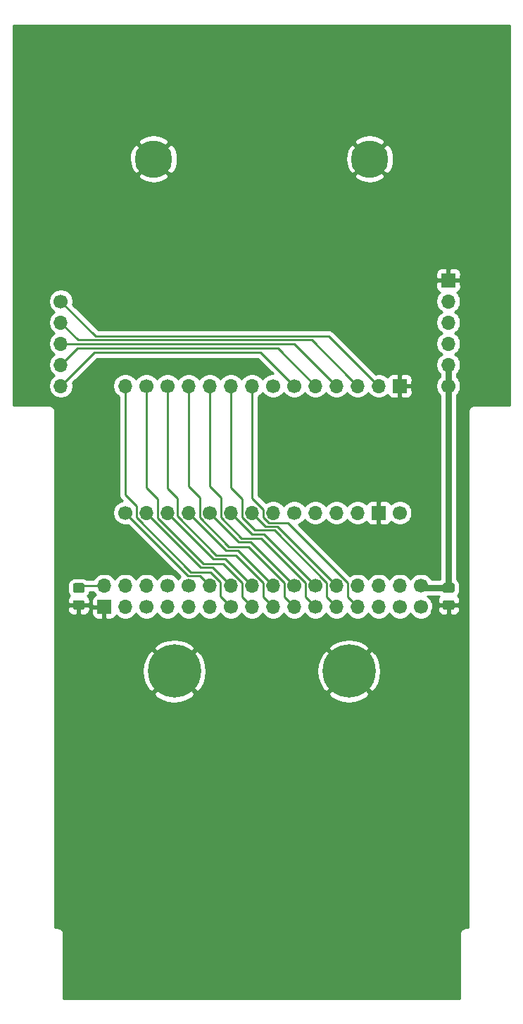
<source format=gbr>
G04 #@! TF.GenerationSoftware,KiCad,Pcbnew,(5.1.5)-3*
G04 #@! TF.CreationDate,2022-01-30T10:55:24+01:00*
G04 #@! TF.ProjectId,pcb,7063622e-6b69-4636-9164-5f7063625858,rev?*
G04 #@! TF.SameCoordinates,Original*
G04 #@! TF.FileFunction,Copper,L1,Top*
G04 #@! TF.FilePolarity,Positive*
%FSLAX46Y46*%
G04 Gerber Fmt 4.6, Leading zero omitted, Abs format (unit mm)*
G04 Created by KiCad (PCBNEW (5.1.5)-3) date 2022-01-30 10:55:24*
%MOMM*%
%LPD*%
G04 APERTURE LIST*
%ADD10C,1.700000*%
%ADD11O,1.700000X1.700000*%
%ADD12R,1.700000X1.700000*%
%ADD13C,6.400000*%
%ADD14C,0.100000*%
%ADD15C,4.500000*%
%ADD16C,0.800000*%
%ADD17C,0.750000*%
%ADD18C,0.250000*%
%ADD19C,0.254000*%
G04 APERTURE END LIST*
D10*
X46101000Y-117475000D03*
D11*
X68961000Y-117475000D03*
X53721000Y-117475000D03*
X63881000Y-117475000D03*
X51181000Y-117475000D03*
D12*
X76581000Y-117475000D03*
D11*
X74041000Y-117475000D03*
X48641000Y-117475000D03*
D10*
X66421000Y-117475000D03*
X56261000Y-117475000D03*
D11*
X58801000Y-117475000D03*
D10*
X79121000Y-117475000D03*
D11*
X61341000Y-117475000D03*
X71501000Y-117475000D03*
D12*
X79121000Y-102235000D03*
D11*
X76581000Y-102235000D03*
X68961000Y-102235000D03*
D10*
X66421000Y-102235000D03*
D11*
X74041000Y-102235000D03*
X71501000Y-102235000D03*
X58801000Y-102235000D03*
X56261000Y-102235000D03*
D10*
X51181000Y-102235000D03*
X48641000Y-102235000D03*
D11*
X61341000Y-102235000D03*
X53721000Y-102235000D03*
X46101000Y-102235000D03*
D10*
X63881000Y-102235000D03*
D13*
X73000000Y-136500000D03*
X52000000Y-136500000D03*
D11*
X46101000Y-128778000D03*
X76581000Y-128778000D03*
X56261000Y-128778000D03*
X71501000Y-128778000D03*
D10*
X58801000Y-128778000D03*
D11*
X53721000Y-128778000D03*
X51181000Y-128778000D03*
D10*
X48641000Y-128778000D03*
D11*
X66421000Y-128778000D03*
X74041000Y-128778000D03*
D10*
X81661000Y-128778000D03*
D11*
X63881000Y-128778000D03*
D12*
X43561000Y-128778000D03*
D10*
X68961000Y-128778000D03*
D11*
X61341000Y-128778000D03*
D10*
X79121000Y-128778000D03*
D11*
X71501000Y-126238000D03*
D10*
X66421000Y-126238000D03*
D11*
X79121000Y-126238000D03*
X61341000Y-126238000D03*
X58801000Y-126238000D03*
X63881000Y-126238000D03*
X46101000Y-126238000D03*
X56261000Y-126238000D03*
X48641000Y-126238000D03*
X76581000Y-126238000D03*
D10*
X68961000Y-126238000D03*
D11*
X43561000Y-126238000D03*
D10*
X53721000Y-126238000D03*
X81661000Y-126238000D03*
X51181000Y-126238000D03*
D11*
X74041000Y-126238000D03*
X38354000Y-102235000D03*
D10*
X38354000Y-92075000D03*
D11*
X38354000Y-94615000D03*
X38354000Y-97155000D03*
X38354000Y-99695000D03*
G04 #@! TA.AperFunction,SMDPad,CuDef*
D14*
G36*
X40974505Y-125926204D02*
G01*
X40998773Y-125929804D01*
X41022572Y-125935765D01*
X41045671Y-125944030D01*
X41067850Y-125954520D01*
X41088893Y-125967132D01*
X41108599Y-125981747D01*
X41126777Y-125998223D01*
X41143253Y-126016401D01*
X41157868Y-126036107D01*
X41170480Y-126057150D01*
X41180970Y-126079329D01*
X41189235Y-126102428D01*
X41195196Y-126126227D01*
X41198796Y-126150495D01*
X41200000Y-126174999D01*
X41200000Y-126825001D01*
X41198796Y-126849505D01*
X41195196Y-126873773D01*
X41189235Y-126897572D01*
X41180970Y-126920671D01*
X41170480Y-126942850D01*
X41157868Y-126963893D01*
X41143253Y-126983599D01*
X41126777Y-127001777D01*
X41108599Y-127018253D01*
X41088893Y-127032868D01*
X41067850Y-127045480D01*
X41045671Y-127055970D01*
X41022572Y-127064235D01*
X40998773Y-127070196D01*
X40974505Y-127073796D01*
X40950001Y-127075000D01*
X40049999Y-127075000D01*
X40025495Y-127073796D01*
X40001227Y-127070196D01*
X39977428Y-127064235D01*
X39954329Y-127055970D01*
X39932150Y-127045480D01*
X39911107Y-127032868D01*
X39891401Y-127018253D01*
X39873223Y-127001777D01*
X39856747Y-126983599D01*
X39842132Y-126963893D01*
X39829520Y-126942850D01*
X39819030Y-126920671D01*
X39810765Y-126897572D01*
X39804804Y-126873773D01*
X39801204Y-126849505D01*
X39800000Y-126825001D01*
X39800000Y-126174999D01*
X39801204Y-126150495D01*
X39804804Y-126126227D01*
X39810765Y-126102428D01*
X39819030Y-126079329D01*
X39829520Y-126057150D01*
X39842132Y-126036107D01*
X39856747Y-126016401D01*
X39873223Y-125998223D01*
X39891401Y-125981747D01*
X39911107Y-125967132D01*
X39932150Y-125954520D01*
X39954329Y-125944030D01*
X39977428Y-125935765D01*
X40001227Y-125929804D01*
X40025495Y-125926204D01*
X40049999Y-125925000D01*
X40950001Y-125925000D01*
X40974505Y-125926204D01*
G37*
G04 #@! TD.AperFunction*
G04 #@! TA.AperFunction,SMDPad,CuDef*
G36*
X40974505Y-127976204D02*
G01*
X40998773Y-127979804D01*
X41022572Y-127985765D01*
X41045671Y-127994030D01*
X41067850Y-128004520D01*
X41088893Y-128017132D01*
X41108599Y-128031747D01*
X41126777Y-128048223D01*
X41143253Y-128066401D01*
X41157868Y-128086107D01*
X41170480Y-128107150D01*
X41180970Y-128129329D01*
X41189235Y-128152428D01*
X41195196Y-128176227D01*
X41198796Y-128200495D01*
X41200000Y-128224999D01*
X41200000Y-128875001D01*
X41198796Y-128899505D01*
X41195196Y-128923773D01*
X41189235Y-128947572D01*
X41180970Y-128970671D01*
X41170480Y-128992850D01*
X41157868Y-129013893D01*
X41143253Y-129033599D01*
X41126777Y-129051777D01*
X41108599Y-129068253D01*
X41088893Y-129082868D01*
X41067850Y-129095480D01*
X41045671Y-129105970D01*
X41022572Y-129114235D01*
X40998773Y-129120196D01*
X40974505Y-129123796D01*
X40950001Y-129125000D01*
X40049999Y-129125000D01*
X40025495Y-129123796D01*
X40001227Y-129120196D01*
X39977428Y-129114235D01*
X39954329Y-129105970D01*
X39932150Y-129095480D01*
X39911107Y-129082868D01*
X39891401Y-129068253D01*
X39873223Y-129051777D01*
X39856747Y-129033599D01*
X39842132Y-129013893D01*
X39829520Y-128992850D01*
X39819030Y-128970671D01*
X39810765Y-128947572D01*
X39804804Y-128923773D01*
X39801204Y-128899505D01*
X39800000Y-128875001D01*
X39800000Y-128224999D01*
X39801204Y-128200495D01*
X39804804Y-128176227D01*
X39810765Y-128152428D01*
X39819030Y-128129329D01*
X39829520Y-128107150D01*
X39842132Y-128086107D01*
X39856747Y-128066401D01*
X39873223Y-128048223D01*
X39891401Y-128031747D01*
X39911107Y-128017132D01*
X39932150Y-128004520D01*
X39954329Y-127994030D01*
X39977428Y-127985765D01*
X40001227Y-127979804D01*
X40025495Y-127976204D01*
X40049999Y-127975000D01*
X40950001Y-127975000D01*
X40974505Y-127976204D01*
G37*
G04 #@! TD.AperFunction*
D11*
X84963000Y-92075000D03*
D10*
X84963000Y-102235000D03*
D12*
X84963000Y-89535000D03*
D11*
X84963000Y-94615000D03*
X84963000Y-97155000D03*
X84963000Y-99695000D03*
D15*
X49500000Y-74975000D03*
X75500000Y-74975000D03*
G04 #@! TA.AperFunction,SMDPad,CuDef*
D14*
G36*
X85474505Y-125926204D02*
G01*
X85498773Y-125929804D01*
X85522572Y-125935765D01*
X85545671Y-125944030D01*
X85567850Y-125954520D01*
X85588893Y-125967132D01*
X85608599Y-125981747D01*
X85626777Y-125998223D01*
X85643253Y-126016401D01*
X85657868Y-126036107D01*
X85670480Y-126057150D01*
X85680970Y-126079329D01*
X85689235Y-126102428D01*
X85695196Y-126126227D01*
X85698796Y-126150495D01*
X85700000Y-126174999D01*
X85700000Y-126825001D01*
X85698796Y-126849505D01*
X85695196Y-126873773D01*
X85689235Y-126897572D01*
X85680970Y-126920671D01*
X85670480Y-126942850D01*
X85657868Y-126963893D01*
X85643253Y-126983599D01*
X85626777Y-127001777D01*
X85608599Y-127018253D01*
X85588893Y-127032868D01*
X85567850Y-127045480D01*
X85545671Y-127055970D01*
X85522572Y-127064235D01*
X85498773Y-127070196D01*
X85474505Y-127073796D01*
X85450001Y-127075000D01*
X84549999Y-127075000D01*
X84525495Y-127073796D01*
X84501227Y-127070196D01*
X84477428Y-127064235D01*
X84454329Y-127055970D01*
X84432150Y-127045480D01*
X84411107Y-127032868D01*
X84391401Y-127018253D01*
X84373223Y-127001777D01*
X84356747Y-126983599D01*
X84342132Y-126963893D01*
X84329520Y-126942850D01*
X84319030Y-126920671D01*
X84310765Y-126897572D01*
X84304804Y-126873773D01*
X84301204Y-126849505D01*
X84300000Y-126825001D01*
X84300000Y-126174999D01*
X84301204Y-126150495D01*
X84304804Y-126126227D01*
X84310765Y-126102428D01*
X84319030Y-126079329D01*
X84329520Y-126057150D01*
X84342132Y-126036107D01*
X84356747Y-126016401D01*
X84373223Y-125998223D01*
X84391401Y-125981747D01*
X84411107Y-125967132D01*
X84432150Y-125954520D01*
X84454329Y-125944030D01*
X84477428Y-125935765D01*
X84501227Y-125929804D01*
X84525495Y-125926204D01*
X84549999Y-125925000D01*
X85450001Y-125925000D01*
X85474505Y-125926204D01*
G37*
G04 #@! TD.AperFunction*
G04 #@! TA.AperFunction,SMDPad,CuDef*
G36*
X85474505Y-127976204D02*
G01*
X85498773Y-127979804D01*
X85522572Y-127985765D01*
X85545671Y-127994030D01*
X85567850Y-128004520D01*
X85588893Y-128017132D01*
X85608599Y-128031747D01*
X85626777Y-128048223D01*
X85643253Y-128066401D01*
X85657868Y-128086107D01*
X85670480Y-128107150D01*
X85680970Y-128129329D01*
X85689235Y-128152428D01*
X85695196Y-128176227D01*
X85698796Y-128200495D01*
X85700000Y-128224999D01*
X85700000Y-128875001D01*
X85698796Y-128899505D01*
X85695196Y-128923773D01*
X85689235Y-128947572D01*
X85680970Y-128970671D01*
X85670480Y-128992850D01*
X85657868Y-129013893D01*
X85643253Y-129033599D01*
X85626777Y-129051777D01*
X85608599Y-129068253D01*
X85588893Y-129082868D01*
X85567850Y-129095480D01*
X85545671Y-129105970D01*
X85522572Y-129114235D01*
X85498773Y-129120196D01*
X85474505Y-129123796D01*
X85450001Y-129125000D01*
X84549999Y-129125000D01*
X84525495Y-129123796D01*
X84501227Y-129120196D01*
X84477428Y-129114235D01*
X84454329Y-129105970D01*
X84432150Y-129095480D01*
X84411107Y-129082868D01*
X84391401Y-129068253D01*
X84373223Y-129051777D01*
X84356747Y-129033599D01*
X84342132Y-129013893D01*
X84329520Y-128992850D01*
X84319030Y-128970671D01*
X84310765Y-128947572D01*
X84304804Y-128923773D01*
X84301204Y-128899505D01*
X84300000Y-128875001D01*
X84300000Y-128224999D01*
X84301204Y-128200495D01*
X84304804Y-128176227D01*
X84310765Y-128152428D01*
X84319030Y-128129329D01*
X84329520Y-128107150D01*
X84342132Y-128086107D01*
X84356747Y-128066401D01*
X84373223Y-128048223D01*
X84391401Y-128031747D01*
X84411107Y-128017132D01*
X84432150Y-128004520D01*
X84454329Y-127994030D01*
X84477428Y-127985765D01*
X84501227Y-127979804D01*
X84525495Y-127976204D01*
X84549999Y-127975000D01*
X85450001Y-127975000D01*
X85474505Y-127976204D01*
G37*
G04 #@! TD.AperFunction*
D16*
X39000000Y-169750000D03*
X76000000Y-169750000D03*
X47500000Y-169750000D03*
X85000000Y-169750000D03*
X83250000Y-129250000D03*
X86492080Y-128600200D03*
D17*
X81923000Y-126500000D02*
X81661000Y-126238000D01*
X85000000Y-126500000D02*
X81923000Y-126500000D01*
D18*
X85000000Y-102272000D02*
X84963000Y-102235000D01*
D17*
X85000000Y-126500000D02*
X85000000Y-102272000D01*
X84963000Y-101032919D02*
X84963000Y-99695000D01*
X84963000Y-102235000D02*
X84963000Y-101032919D01*
D18*
X61341000Y-102235000D02*
X61341000Y-115697000D01*
X72865999Y-127602999D02*
X73191001Y-127928001D01*
X72865999Y-125863997D02*
X72865999Y-127602999D01*
X63342988Y-118675990D02*
X65677992Y-118675990D01*
X62705999Y-118039001D02*
X63342988Y-118675990D01*
X65677992Y-118675990D02*
X72865999Y-125863997D01*
X62705999Y-117061999D02*
X62705999Y-118039001D01*
X73191001Y-127928001D02*
X74041000Y-128778000D01*
X61341000Y-115697000D02*
X62705999Y-117061999D01*
X70651001Y-125388001D02*
X71501000Y-126238000D01*
X64389000Y-119126000D02*
X70651001Y-125388001D01*
X62992000Y-119126000D02*
X64389000Y-119126000D01*
X61341000Y-117475000D02*
X62992000Y-119126000D01*
X63031001Y-127928001D02*
X63881000Y-128778000D01*
X51181000Y-102235000D02*
X51181000Y-114554000D01*
X62705999Y-127602999D02*
X63031001Y-127928001D01*
X62705999Y-125863997D02*
X62705999Y-127602999D01*
X52356001Y-115729001D02*
X52356001Y-117849003D01*
X59397002Y-122555000D02*
X62705999Y-125863997D01*
X51181000Y-114554000D02*
X52356001Y-115729001D01*
X52356001Y-117849003D02*
X57061998Y-122555000D01*
X57061998Y-122555000D02*
X59397002Y-122555000D01*
X67785999Y-127602999D02*
X68111001Y-127928001D01*
X56261000Y-102235000D02*
X56261000Y-114300000D01*
X56261000Y-114300000D02*
X57625999Y-115664999D01*
X57625999Y-118039001D02*
X60109998Y-120523000D01*
X57625999Y-115664999D02*
X57625999Y-118039001D01*
X68111001Y-127928001D02*
X68961000Y-128778000D01*
X60109998Y-120523000D02*
X62445002Y-120523000D01*
X67785999Y-125863997D02*
X67785999Y-127602999D01*
X62445002Y-120523000D02*
X67785999Y-125863997D01*
X56261000Y-117475000D02*
X59759011Y-120973011D01*
X61156011Y-120973011D02*
X65571001Y-125388001D01*
X65571001Y-125388001D02*
X66421000Y-126238000D01*
X59759011Y-120973011D02*
X61156011Y-120973011D01*
X53721000Y-117475000D02*
X58235011Y-121989011D01*
X63031001Y-125388001D02*
X63881000Y-126238000D01*
X59632011Y-121989011D02*
X63031001Y-125388001D01*
X58235011Y-121989011D02*
X59632011Y-121989011D01*
X62749022Y-120026022D02*
X68111001Y-125388001D01*
X68111001Y-125388001D02*
X68961000Y-126238000D01*
X58801000Y-117475000D02*
X61352022Y-120026022D01*
X61352022Y-120026022D02*
X62749022Y-120026022D01*
X65571001Y-127928001D02*
X66421000Y-128778000D01*
X53721000Y-102235000D02*
X53721000Y-114300000D01*
X53721000Y-114300000D02*
X55085999Y-115664999D01*
X60921002Y-121539000D02*
X65245999Y-125863997D01*
X65245999Y-127602999D02*
X65571001Y-127928001D01*
X58585998Y-121539000D02*
X60921002Y-121539000D01*
X55085999Y-115664999D02*
X55085999Y-118039001D01*
X55085999Y-118039001D02*
X58585998Y-121539000D01*
X65245999Y-125863997D02*
X65245999Y-127602999D01*
X51181000Y-117475000D02*
X56711011Y-123005011D01*
X58108011Y-123005011D02*
X60491001Y-125388001D01*
X60491001Y-125388001D02*
X61341000Y-126238000D01*
X56711011Y-123005011D02*
X58108011Y-123005011D01*
X70651001Y-127928001D02*
X71501000Y-128778000D01*
X61703009Y-119576011D02*
X64038013Y-119576011D01*
X70325999Y-125863997D02*
X70325999Y-127602999D01*
X60165999Y-118039001D02*
X61703009Y-119576011D01*
X70325999Y-127602999D02*
X70651001Y-127928001D01*
X64038013Y-119576011D02*
X70325999Y-125863997D01*
X58801000Y-102235000D02*
X58801000Y-114427000D01*
X60165999Y-115791999D02*
X60165999Y-118039001D01*
X58801000Y-114427000D02*
X60165999Y-115791999D01*
X57531000Y-127508000D02*
X57951001Y-127928001D01*
X46101000Y-102235000D02*
X46101000Y-115316000D01*
X57531000Y-125768998D02*
X57531000Y-127508000D01*
X57951001Y-127928001D02*
X58801000Y-128778000D01*
X46101000Y-115316000D02*
X47465999Y-116680999D01*
X47465999Y-116680999D02*
X47465999Y-118039001D01*
X47465999Y-118039001D02*
X54013998Y-124587000D01*
X54013998Y-124587000D02*
X56349002Y-124587000D01*
X56349002Y-124587000D02*
X57531000Y-125768998D01*
X60491001Y-127928001D02*
X61341000Y-128778000D01*
X48641000Y-102235000D02*
X48641000Y-114427000D01*
X48641000Y-114427000D02*
X50005999Y-115791999D01*
X60165999Y-127602999D02*
X60491001Y-127928001D01*
X50005999Y-115791999D02*
X50005999Y-118077999D01*
X55499000Y-123571000D02*
X57873002Y-123571000D01*
X57873002Y-123571000D02*
X60165999Y-125863997D01*
X50005999Y-118077999D02*
X55499000Y-123571000D01*
X60165999Y-125863997D02*
X60165999Y-127602999D01*
X48641000Y-117475000D02*
X55187011Y-124021011D01*
X55187011Y-124021011D02*
X56584011Y-124021011D01*
X56584011Y-124021011D02*
X57951001Y-125388001D01*
X57951001Y-125388001D02*
X58801000Y-126238000D01*
X55411001Y-125388001D02*
X56261000Y-126238000D01*
X55060011Y-125037011D02*
X55411001Y-125388001D01*
X46101000Y-117475000D02*
X53663011Y-125037011D01*
X53663011Y-125037011D02*
X55060011Y-125037011D01*
X40762000Y-126238000D02*
X40500000Y-126500000D01*
X43561000Y-126238000D02*
X40762000Y-126238000D01*
X42418000Y-98171000D02*
X38354000Y-102235000D01*
X62357000Y-98171000D02*
X42418000Y-98171000D01*
X66421000Y-102235000D02*
X62357000Y-98171000D01*
X42545000Y-96266000D02*
X70612000Y-96266000D01*
X38354000Y-92075000D02*
X42545000Y-96266000D01*
X70612000Y-96266000D02*
X76581000Y-102235000D01*
X40455011Y-96716011D02*
X68522011Y-96716011D01*
X73191001Y-101385001D02*
X74041000Y-102235000D01*
X68522011Y-96716011D02*
X73191001Y-101385001D01*
X38354000Y-94615000D02*
X40455011Y-96716011D01*
X39567103Y-97166022D02*
X66432022Y-97166022D01*
X39556081Y-97155000D02*
X39567103Y-97166022D01*
X38354000Y-97155000D02*
X39556081Y-97155000D01*
X70651001Y-101385001D02*
X71501000Y-102235000D01*
X66432022Y-97166022D02*
X70651001Y-101385001D01*
X40328011Y-97720989D02*
X39203999Y-98845001D01*
X39203999Y-98845001D02*
X38354000Y-99695000D01*
X64446989Y-97720989D02*
X40328011Y-97720989D01*
X68961000Y-102235000D02*
X64446989Y-97720989D01*
D19*
G36*
X92340001Y-104590000D02*
G01*
X88032419Y-104590000D01*
X88000000Y-104586807D01*
X87967581Y-104590000D01*
X87870617Y-104599550D01*
X87746207Y-104637290D01*
X87631550Y-104698575D01*
X87531052Y-104781052D01*
X87448575Y-104881550D01*
X87387290Y-104996207D01*
X87349550Y-105120617D01*
X87336807Y-105250000D01*
X87340001Y-105282430D01*
X87340000Y-151032418D01*
X87340001Y-151032428D01*
X87340000Y-167340000D01*
X87032419Y-167340000D01*
X87000000Y-167336807D01*
X86967581Y-167340000D01*
X86870617Y-167349550D01*
X86746207Y-167387290D01*
X86631550Y-167448575D01*
X86531052Y-167531052D01*
X86448575Y-167631550D01*
X86387290Y-167746207D01*
X86349550Y-167870617D01*
X86336807Y-168000000D01*
X86340001Y-168032429D01*
X86340000Y-175840000D01*
X38660000Y-175840000D01*
X38660000Y-168032418D01*
X38663193Y-168000000D01*
X38650450Y-167870617D01*
X38612710Y-167746207D01*
X38551425Y-167631550D01*
X38468948Y-167531052D01*
X38368450Y-167448575D01*
X38253793Y-167387290D01*
X38129383Y-167349550D01*
X38032419Y-167340000D01*
X38000000Y-167336807D01*
X37967581Y-167340000D01*
X37660000Y-167340000D01*
X37660000Y-139200881D01*
X49478724Y-139200881D01*
X49838912Y-139690548D01*
X50502882Y-140050849D01*
X51224385Y-140274694D01*
X51975695Y-140353480D01*
X52727938Y-140284178D01*
X53452208Y-140069452D01*
X54120670Y-139717555D01*
X54161088Y-139690548D01*
X54521276Y-139200881D01*
X70478724Y-139200881D01*
X70838912Y-139690548D01*
X71502882Y-140050849D01*
X72224385Y-140274694D01*
X72975695Y-140353480D01*
X73727938Y-140284178D01*
X74452208Y-140069452D01*
X75120670Y-139717555D01*
X75161088Y-139690548D01*
X75521276Y-139200881D01*
X73000000Y-136679605D01*
X70478724Y-139200881D01*
X54521276Y-139200881D01*
X52000000Y-136679605D01*
X49478724Y-139200881D01*
X37660000Y-139200881D01*
X37660000Y-136475695D01*
X48146520Y-136475695D01*
X48215822Y-137227938D01*
X48430548Y-137952208D01*
X48782445Y-138620670D01*
X48809452Y-138661088D01*
X49299119Y-139021276D01*
X51820395Y-136500000D01*
X52179605Y-136500000D01*
X54700881Y-139021276D01*
X55190548Y-138661088D01*
X55550849Y-137997118D01*
X55774694Y-137275615D01*
X55853480Y-136524305D01*
X55849002Y-136475695D01*
X69146520Y-136475695D01*
X69215822Y-137227938D01*
X69430548Y-137952208D01*
X69782445Y-138620670D01*
X69809452Y-138661088D01*
X70299119Y-139021276D01*
X72820395Y-136500000D01*
X73179605Y-136500000D01*
X75700881Y-139021276D01*
X76190548Y-138661088D01*
X76550849Y-137997118D01*
X76774694Y-137275615D01*
X76853480Y-136524305D01*
X76784178Y-135772062D01*
X76569452Y-135047792D01*
X76217555Y-134379330D01*
X76190548Y-134338912D01*
X75700881Y-133978724D01*
X73179605Y-136500000D01*
X72820395Y-136500000D01*
X70299119Y-133978724D01*
X69809452Y-134338912D01*
X69449151Y-135002882D01*
X69225306Y-135724385D01*
X69146520Y-136475695D01*
X55849002Y-136475695D01*
X55784178Y-135772062D01*
X55569452Y-135047792D01*
X55217555Y-134379330D01*
X55190548Y-134338912D01*
X54700881Y-133978724D01*
X52179605Y-136500000D01*
X51820395Y-136500000D01*
X49299119Y-133978724D01*
X48809452Y-134338912D01*
X48449151Y-135002882D01*
X48225306Y-135724385D01*
X48146520Y-136475695D01*
X37660000Y-136475695D01*
X37660000Y-133799119D01*
X49478724Y-133799119D01*
X52000000Y-136320395D01*
X54521276Y-133799119D01*
X70478724Y-133799119D01*
X73000000Y-136320395D01*
X75521276Y-133799119D01*
X75161088Y-133309452D01*
X74497118Y-132949151D01*
X73775615Y-132725306D01*
X73024305Y-132646520D01*
X72272062Y-132715822D01*
X71547792Y-132930548D01*
X70879330Y-133282445D01*
X70838912Y-133309452D01*
X70478724Y-133799119D01*
X54521276Y-133799119D01*
X54161088Y-133309452D01*
X53497118Y-132949151D01*
X52775615Y-132725306D01*
X52024305Y-132646520D01*
X51272062Y-132715822D01*
X50547792Y-132930548D01*
X49879330Y-133282445D01*
X49838912Y-133309452D01*
X49478724Y-133799119D01*
X37660000Y-133799119D01*
X37660000Y-129125000D01*
X39161928Y-129125000D01*
X39174188Y-129249482D01*
X39210498Y-129369180D01*
X39269463Y-129479494D01*
X39348815Y-129576185D01*
X39445506Y-129655537D01*
X39555820Y-129714502D01*
X39675518Y-129750812D01*
X39800000Y-129763072D01*
X40214250Y-129760000D01*
X40373000Y-129601250D01*
X40373000Y-128677000D01*
X40627000Y-128677000D01*
X40627000Y-129601250D01*
X40785750Y-129760000D01*
X41200000Y-129763072D01*
X41324482Y-129750812D01*
X41444180Y-129714502D01*
X41554494Y-129655537D01*
X41588048Y-129628000D01*
X42072928Y-129628000D01*
X42085188Y-129752482D01*
X42121498Y-129872180D01*
X42180463Y-129982494D01*
X42259815Y-130079185D01*
X42356506Y-130158537D01*
X42466820Y-130217502D01*
X42586518Y-130253812D01*
X42711000Y-130266072D01*
X43275250Y-130263000D01*
X43434000Y-130104250D01*
X43434000Y-128905000D01*
X42234750Y-128905000D01*
X42076000Y-129063750D01*
X42072928Y-129628000D01*
X41588048Y-129628000D01*
X41651185Y-129576185D01*
X41730537Y-129479494D01*
X41789502Y-129369180D01*
X41825812Y-129249482D01*
X41838072Y-129125000D01*
X41835000Y-128835750D01*
X41676250Y-128677000D01*
X40627000Y-128677000D01*
X40373000Y-128677000D01*
X39323750Y-128677000D01*
X39165000Y-128835750D01*
X39161928Y-129125000D01*
X37660000Y-129125000D01*
X37660000Y-105282419D01*
X37663193Y-105250000D01*
X37650450Y-105120617D01*
X37612710Y-104996207D01*
X37551425Y-104881550D01*
X37468948Y-104781052D01*
X37368450Y-104698575D01*
X37253793Y-104637290D01*
X37129383Y-104599550D01*
X37032419Y-104590000D01*
X37000000Y-104586807D01*
X36967581Y-104590000D01*
X32660000Y-104590000D01*
X32660000Y-91928740D01*
X36869000Y-91928740D01*
X36869000Y-92221260D01*
X36926068Y-92508158D01*
X37038010Y-92778411D01*
X37200525Y-93021632D01*
X37407368Y-93228475D01*
X37581760Y-93345000D01*
X37407368Y-93461525D01*
X37200525Y-93668368D01*
X37038010Y-93911589D01*
X36926068Y-94181842D01*
X36869000Y-94468740D01*
X36869000Y-94761260D01*
X36926068Y-95048158D01*
X37038010Y-95318411D01*
X37200525Y-95561632D01*
X37407368Y-95768475D01*
X37581760Y-95885000D01*
X37407368Y-96001525D01*
X37200525Y-96208368D01*
X37038010Y-96451589D01*
X36926068Y-96721842D01*
X36869000Y-97008740D01*
X36869000Y-97301260D01*
X36926068Y-97588158D01*
X37038010Y-97858411D01*
X37200525Y-98101632D01*
X37407368Y-98308475D01*
X37581760Y-98425000D01*
X37407368Y-98541525D01*
X37200525Y-98748368D01*
X37038010Y-98991589D01*
X36926068Y-99261842D01*
X36869000Y-99548740D01*
X36869000Y-99841260D01*
X36926068Y-100128158D01*
X37038010Y-100398411D01*
X37200525Y-100641632D01*
X37407368Y-100848475D01*
X37581760Y-100965000D01*
X37407368Y-101081525D01*
X37200525Y-101288368D01*
X37038010Y-101531589D01*
X36926068Y-101801842D01*
X36869000Y-102088740D01*
X36869000Y-102381260D01*
X36926068Y-102668158D01*
X37038010Y-102938411D01*
X37200525Y-103181632D01*
X37407368Y-103388475D01*
X37650589Y-103550990D01*
X37920842Y-103662932D01*
X38207740Y-103720000D01*
X38500260Y-103720000D01*
X38787158Y-103662932D01*
X39057411Y-103550990D01*
X39300632Y-103388475D01*
X39507475Y-103181632D01*
X39669990Y-102938411D01*
X39781932Y-102668158D01*
X39839000Y-102381260D01*
X39839000Y-102088740D01*
X39795209Y-101868592D01*
X42732802Y-98931000D01*
X62042199Y-98931000D01*
X63861198Y-100750000D01*
X63734740Y-100750000D01*
X63447842Y-100807068D01*
X63177589Y-100919010D01*
X62934368Y-101081525D01*
X62727525Y-101288368D01*
X62611000Y-101462760D01*
X62494475Y-101288368D01*
X62287632Y-101081525D01*
X62044411Y-100919010D01*
X61774158Y-100807068D01*
X61487260Y-100750000D01*
X61194740Y-100750000D01*
X60907842Y-100807068D01*
X60637589Y-100919010D01*
X60394368Y-101081525D01*
X60187525Y-101288368D01*
X60071000Y-101462760D01*
X59954475Y-101288368D01*
X59747632Y-101081525D01*
X59504411Y-100919010D01*
X59234158Y-100807068D01*
X58947260Y-100750000D01*
X58654740Y-100750000D01*
X58367842Y-100807068D01*
X58097589Y-100919010D01*
X57854368Y-101081525D01*
X57647525Y-101288368D01*
X57531000Y-101462760D01*
X57414475Y-101288368D01*
X57207632Y-101081525D01*
X56964411Y-100919010D01*
X56694158Y-100807068D01*
X56407260Y-100750000D01*
X56114740Y-100750000D01*
X55827842Y-100807068D01*
X55557589Y-100919010D01*
X55314368Y-101081525D01*
X55107525Y-101288368D01*
X54991000Y-101462760D01*
X54874475Y-101288368D01*
X54667632Y-101081525D01*
X54424411Y-100919010D01*
X54154158Y-100807068D01*
X53867260Y-100750000D01*
X53574740Y-100750000D01*
X53287842Y-100807068D01*
X53017589Y-100919010D01*
X52774368Y-101081525D01*
X52567525Y-101288368D01*
X52451000Y-101462760D01*
X52334475Y-101288368D01*
X52127632Y-101081525D01*
X51884411Y-100919010D01*
X51614158Y-100807068D01*
X51327260Y-100750000D01*
X51034740Y-100750000D01*
X50747842Y-100807068D01*
X50477589Y-100919010D01*
X50234368Y-101081525D01*
X50027525Y-101288368D01*
X49911000Y-101462760D01*
X49794475Y-101288368D01*
X49587632Y-101081525D01*
X49344411Y-100919010D01*
X49074158Y-100807068D01*
X48787260Y-100750000D01*
X48494740Y-100750000D01*
X48207842Y-100807068D01*
X47937589Y-100919010D01*
X47694368Y-101081525D01*
X47487525Y-101288368D01*
X47371000Y-101462760D01*
X47254475Y-101288368D01*
X47047632Y-101081525D01*
X46804411Y-100919010D01*
X46534158Y-100807068D01*
X46247260Y-100750000D01*
X45954740Y-100750000D01*
X45667842Y-100807068D01*
X45397589Y-100919010D01*
X45154368Y-101081525D01*
X44947525Y-101288368D01*
X44785010Y-101531589D01*
X44673068Y-101801842D01*
X44616000Y-102088740D01*
X44616000Y-102381260D01*
X44673068Y-102668158D01*
X44785010Y-102938411D01*
X44947525Y-103181632D01*
X45154368Y-103388475D01*
X45341000Y-103513179D01*
X45341001Y-115278668D01*
X45337324Y-115316000D01*
X45341001Y-115353333D01*
X45349218Y-115436755D01*
X45351998Y-115464985D01*
X45395454Y-115608246D01*
X45466026Y-115740276D01*
X45537201Y-115827002D01*
X45561000Y-115856001D01*
X45589998Y-115879799D01*
X45742430Y-116032231D01*
X45667842Y-116047068D01*
X45397589Y-116159010D01*
X45154368Y-116321525D01*
X44947525Y-116528368D01*
X44785010Y-116771589D01*
X44673068Y-117041842D01*
X44616000Y-117328740D01*
X44616000Y-117621260D01*
X44673068Y-117908158D01*
X44785010Y-118178411D01*
X44947525Y-118421632D01*
X45154368Y-118628475D01*
X45397589Y-118790990D01*
X45667842Y-118902932D01*
X45954740Y-118960000D01*
X46247260Y-118960000D01*
X46467408Y-118916209D01*
X52705046Y-125153847D01*
X52567525Y-125291368D01*
X52451000Y-125465760D01*
X52334475Y-125291368D01*
X52127632Y-125084525D01*
X51884411Y-124922010D01*
X51614158Y-124810068D01*
X51327260Y-124753000D01*
X51034740Y-124753000D01*
X50747842Y-124810068D01*
X50477589Y-124922010D01*
X50234368Y-125084525D01*
X50027525Y-125291368D01*
X49911000Y-125465760D01*
X49794475Y-125291368D01*
X49587632Y-125084525D01*
X49344411Y-124922010D01*
X49074158Y-124810068D01*
X48787260Y-124753000D01*
X48494740Y-124753000D01*
X48207842Y-124810068D01*
X47937589Y-124922010D01*
X47694368Y-125084525D01*
X47487525Y-125291368D01*
X47371000Y-125465760D01*
X47254475Y-125291368D01*
X47047632Y-125084525D01*
X46804411Y-124922010D01*
X46534158Y-124810068D01*
X46247260Y-124753000D01*
X45954740Y-124753000D01*
X45667842Y-124810068D01*
X45397589Y-124922010D01*
X45154368Y-125084525D01*
X44947525Y-125291368D01*
X44831000Y-125465760D01*
X44714475Y-125291368D01*
X44507632Y-125084525D01*
X44264411Y-124922010D01*
X43994158Y-124810068D01*
X43707260Y-124753000D01*
X43414740Y-124753000D01*
X43127842Y-124810068D01*
X42857589Y-124922010D01*
X42614368Y-125084525D01*
X42407525Y-125291368D01*
X42282822Y-125478000D01*
X41493839Y-125478000D01*
X41443387Y-125436595D01*
X41289851Y-125354528D01*
X41123255Y-125303992D01*
X40950001Y-125286928D01*
X40049999Y-125286928D01*
X39876745Y-125303992D01*
X39710149Y-125354528D01*
X39556613Y-125436595D01*
X39422038Y-125547038D01*
X39311595Y-125681613D01*
X39229528Y-125835149D01*
X39178992Y-126001745D01*
X39161928Y-126174999D01*
X39161928Y-126825001D01*
X39178992Y-126998255D01*
X39229528Y-127164851D01*
X39311595Y-127318387D01*
X39422038Y-127452962D01*
X39428594Y-127458342D01*
X39348815Y-127523815D01*
X39269463Y-127620506D01*
X39210498Y-127730820D01*
X39174188Y-127850518D01*
X39161928Y-127975000D01*
X39165000Y-128264250D01*
X39323750Y-128423000D01*
X40373000Y-128423000D01*
X40373000Y-128403000D01*
X40627000Y-128403000D01*
X40627000Y-128423000D01*
X41676250Y-128423000D01*
X41835000Y-128264250D01*
X41838072Y-127975000D01*
X41825812Y-127850518D01*
X41789502Y-127730820D01*
X41730537Y-127620506D01*
X41651185Y-127523815D01*
X41571406Y-127458342D01*
X41577962Y-127452962D01*
X41688405Y-127318387D01*
X41770472Y-127164851D01*
X41821008Y-126998255D01*
X41821033Y-126998000D01*
X42282822Y-126998000D01*
X42407525Y-127184632D01*
X42539380Y-127316487D01*
X42466820Y-127338498D01*
X42356506Y-127397463D01*
X42259815Y-127476815D01*
X42180463Y-127573506D01*
X42121498Y-127683820D01*
X42085188Y-127803518D01*
X42072928Y-127928000D01*
X42076000Y-128492250D01*
X42234750Y-128651000D01*
X43434000Y-128651000D01*
X43434000Y-128631000D01*
X43688000Y-128631000D01*
X43688000Y-128651000D01*
X43708000Y-128651000D01*
X43708000Y-128905000D01*
X43688000Y-128905000D01*
X43688000Y-130104250D01*
X43846750Y-130263000D01*
X44411000Y-130266072D01*
X44535482Y-130253812D01*
X44655180Y-130217502D01*
X44765494Y-130158537D01*
X44862185Y-130079185D01*
X44941537Y-129982494D01*
X45000502Y-129872180D01*
X45022513Y-129799620D01*
X45154368Y-129931475D01*
X45397589Y-130093990D01*
X45667842Y-130205932D01*
X45954740Y-130263000D01*
X46247260Y-130263000D01*
X46534158Y-130205932D01*
X46804411Y-130093990D01*
X47047632Y-129931475D01*
X47254475Y-129724632D01*
X47371000Y-129550240D01*
X47487525Y-129724632D01*
X47694368Y-129931475D01*
X47937589Y-130093990D01*
X48207842Y-130205932D01*
X48494740Y-130263000D01*
X48787260Y-130263000D01*
X49074158Y-130205932D01*
X49344411Y-130093990D01*
X49587632Y-129931475D01*
X49794475Y-129724632D01*
X49911000Y-129550240D01*
X50027525Y-129724632D01*
X50234368Y-129931475D01*
X50477589Y-130093990D01*
X50747842Y-130205932D01*
X51034740Y-130263000D01*
X51327260Y-130263000D01*
X51614158Y-130205932D01*
X51884411Y-130093990D01*
X52127632Y-129931475D01*
X52334475Y-129724632D01*
X52451000Y-129550240D01*
X52567525Y-129724632D01*
X52774368Y-129931475D01*
X53017589Y-130093990D01*
X53287842Y-130205932D01*
X53574740Y-130263000D01*
X53867260Y-130263000D01*
X54154158Y-130205932D01*
X54424411Y-130093990D01*
X54667632Y-129931475D01*
X54874475Y-129724632D01*
X54991000Y-129550240D01*
X55107525Y-129724632D01*
X55314368Y-129931475D01*
X55557589Y-130093990D01*
X55827842Y-130205932D01*
X56114740Y-130263000D01*
X56407260Y-130263000D01*
X56694158Y-130205932D01*
X56964411Y-130093990D01*
X57207632Y-129931475D01*
X57414475Y-129724632D01*
X57531000Y-129550240D01*
X57647525Y-129724632D01*
X57854368Y-129931475D01*
X58097589Y-130093990D01*
X58367842Y-130205932D01*
X58654740Y-130263000D01*
X58947260Y-130263000D01*
X59234158Y-130205932D01*
X59504411Y-130093990D01*
X59747632Y-129931475D01*
X59954475Y-129724632D01*
X60071000Y-129550240D01*
X60187525Y-129724632D01*
X60394368Y-129931475D01*
X60637589Y-130093990D01*
X60907842Y-130205932D01*
X61194740Y-130263000D01*
X61487260Y-130263000D01*
X61774158Y-130205932D01*
X62044411Y-130093990D01*
X62287632Y-129931475D01*
X62494475Y-129724632D01*
X62611000Y-129550240D01*
X62727525Y-129724632D01*
X62934368Y-129931475D01*
X63177589Y-130093990D01*
X63447842Y-130205932D01*
X63734740Y-130263000D01*
X64027260Y-130263000D01*
X64314158Y-130205932D01*
X64584411Y-130093990D01*
X64827632Y-129931475D01*
X65034475Y-129724632D01*
X65151000Y-129550240D01*
X65267525Y-129724632D01*
X65474368Y-129931475D01*
X65717589Y-130093990D01*
X65987842Y-130205932D01*
X66274740Y-130263000D01*
X66567260Y-130263000D01*
X66854158Y-130205932D01*
X67124411Y-130093990D01*
X67367632Y-129931475D01*
X67574475Y-129724632D01*
X67691000Y-129550240D01*
X67807525Y-129724632D01*
X68014368Y-129931475D01*
X68257589Y-130093990D01*
X68527842Y-130205932D01*
X68814740Y-130263000D01*
X69107260Y-130263000D01*
X69394158Y-130205932D01*
X69664411Y-130093990D01*
X69907632Y-129931475D01*
X70114475Y-129724632D01*
X70231000Y-129550240D01*
X70347525Y-129724632D01*
X70554368Y-129931475D01*
X70797589Y-130093990D01*
X71067842Y-130205932D01*
X71354740Y-130263000D01*
X71647260Y-130263000D01*
X71934158Y-130205932D01*
X72204411Y-130093990D01*
X72447632Y-129931475D01*
X72654475Y-129724632D01*
X72771000Y-129550240D01*
X72887525Y-129724632D01*
X73094368Y-129931475D01*
X73337589Y-130093990D01*
X73607842Y-130205932D01*
X73894740Y-130263000D01*
X74187260Y-130263000D01*
X74474158Y-130205932D01*
X74744411Y-130093990D01*
X74987632Y-129931475D01*
X75194475Y-129724632D01*
X75311000Y-129550240D01*
X75427525Y-129724632D01*
X75634368Y-129931475D01*
X75877589Y-130093990D01*
X76147842Y-130205932D01*
X76434740Y-130263000D01*
X76727260Y-130263000D01*
X77014158Y-130205932D01*
X77284411Y-130093990D01*
X77527632Y-129931475D01*
X77734475Y-129724632D01*
X77851000Y-129550240D01*
X77967525Y-129724632D01*
X78174368Y-129931475D01*
X78417589Y-130093990D01*
X78687842Y-130205932D01*
X78974740Y-130263000D01*
X79267260Y-130263000D01*
X79554158Y-130205932D01*
X79824411Y-130093990D01*
X80067632Y-129931475D01*
X80274475Y-129724632D01*
X80391000Y-129550240D01*
X80507525Y-129724632D01*
X80714368Y-129931475D01*
X80957589Y-130093990D01*
X81227842Y-130205932D01*
X81514740Y-130263000D01*
X81807260Y-130263000D01*
X82094158Y-130205932D01*
X82364411Y-130093990D01*
X82607632Y-129931475D01*
X82814475Y-129724632D01*
X82976990Y-129481411D01*
X83088932Y-129211158D01*
X83106070Y-129125000D01*
X83661928Y-129125000D01*
X83674188Y-129249482D01*
X83710498Y-129369180D01*
X83769463Y-129479494D01*
X83848815Y-129576185D01*
X83945506Y-129655537D01*
X84055820Y-129714502D01*
X84175518Y-129750812D01*
X84300000Y-129763072D01*
X84714250Y-129760000D01*
X84873000Y-129601250D01*
X84873000Y-128677000D01*
X85127000Y-128677000D01*
X85127000Y-129601250D01*
X85285750Y-129760000D01*
X85700000Y-129763072D01*
X85824482Y-129750812D01*
X85944180Y-129714502D01*
X86054494Y-129655537D01*
X86151185Y-129576185D01*
X86230537Y-129479494D01*
X86289502Y-129369180D01*
X86325812Y-129249482D01*
X86338072Y-129125000D01*
X86335000Y-128835750D01*
X86176250Y-128677000D01*
X85127000Y-128677000D01*
X84873000Y-128677000D01*
X83823750Y-128677000D01*
X83665000Y-128835750D01*
X83661928Y-129125000D01*
X83106070Y-129125000D01*
X83146000Y-128924260D01*
X83146000Y-128631740D01*
X83088932Y-128344842D01*
X82976990Y-128074589D01*
X82814475Y-127831368D01*
X82607632Y-127624525D01*
X82436233Y-127510000D01*
X83865649Y-127510000D01*
X83848815Y-127523815D01*
X83769463Y-127620506D01*
X83710498Y-127730820D01*
X83674188Y-127850518D01*
X83661928Y-127975000D01*
X83665000Y-128264250D01*
X83823750Y-128423000D01*
X84873000Y-128423000D01*
X84873000Y-128403000D01*
X85127000Y-128403000D01*
X85127000Y-128423000D01*
X86176250Y-128423000D01*
X86335000Y-128264250D01*
X86338072Y-127975000D01*
X86325812Y-127850518D01*
X86289502Y-127730820D01*
X86230537Y-127620506D01*
X86151185Y-127523815D01*
X86071406Y-127458342D01*
X86077962Y-127452962D01*
X86188405Y-127318387D01*
X86270472Y-127164851D01*
X86321008Y-126998255D01*
X86338072Y-126825001D01*
X86338072Y-126174999D01*
X86321008Y-126001745D01*
X86270472Y-125835149D01*
X86188405Y-125681613D01*
X86077962Y-125547038D01*
X86010000Y-125491263D01*
X86010000Y-103288107D01*
X86116475Y-103181632D01*
X86278990Y-102938411D01*
X86390932Y-102668158D01*
X86448000Y-102381260D01*
X86448000Y-102088740D01*
X86390932Y-101801842D01*
X86278990Y-101531589D01*
X86116475Y-101288368D01*
X85973000Y-101144893D01*
X85973000Y-100785107D01*
X86116475Y-100641632D01*
X86278990Y-100398411D01*
X86390932Y-100128158D01*
X86448000Y-99841260D01*
X86448000Y-99548740D01*
X86390932Y-99261842D01*
X86278990Y-98991589D01*
X86116475Y-98748368D01*
X85909632Y-98541525D01*
X85735240Y-98425000D01*
X85909632Y-98308475D01*
X86116475Y-98101632D01*
X86278990Y-97858411D01*
X86390932Y-97588158D01*
X86448000Y-97301260D01*
X86448000Y-97008740D01*
X86390932Y-96721842D01*
X86278990Y-96451589D01*
X86116475Y-96208368D01*
X85909632Y-96001525D01*
X85735240Y-95885000D01*
X85909632Y-95768475D01*
X86116475Y-95561632D01*
X86278990Y-95318411D01*
X86390932Y-95048158D01*
X86448000Y-94761260D01*
X86448000Y-94468740D01*
X86390932Y-94181842D01*
X86278990Y-93911589D01*
X86116475Y-93668368D01*
X85909632Y-93461525D01*
X85735240Y-93345000D01*
X85909632Y-93228475D01*
X86116475Y-93021632D01*
X86278990Y-92778411D01*
X86390932Y-92508158D01*
X86448000Y-92221260D01*
X86448000Y-91928740D01*
X86390932Y-91641842D01*
X86278990Y-91371589D01*
X86116475Y-91128368D01*
X85984620Y-90996513D01*
X86057180Y-90974502D01*
X86167494Y-90915537D01*
X86264185Y-90836185D01*
X86343537Y-90739494D01*
X86402502Y-90629180D01*
X86438812Y-90509482D01*
X86451072Y-90385000D01*
X86448000Y-89820750D01*
X86289250Y-89662000D01*
X85090000Y-89662000D01*
X85090000Y-89682000D01*
X84836000Y-89682000D01*
X84836000Y-89662000D01*
X83636750Y-89662000D01*
X83478000Y-89820750D01*
X83474928Y-90385000D01*
X83487188Y-90509482D01*
X83523498Y-90629180D01*
X83582463Y-90739494D01*
X83661815Y-90836185D01*
X83758506Y-90915537D01*
X83868820Y-90974502D01*
X83941380Y-90996513D01*
X83809525Y-91128368D01*
X83647010Y-91371589D01*
X83535068Y-91641842D01*
X83478000Y-91928740D01*
X83478000Y-92221260D01*
X83535068Y-92508158D01*
X83647010Y-92778411D01*
X83809525Y-93021632D01*
X84016368Y-93228475D01*
X84190760Y-93345000D01*
X84016368Y-93461525D01*
X83809525Y-93668368D01*
X83647010Y-93911589D01*
X83535068Y-94181842D01*
X83478000Y-94468740D01*
X83478000Y-94761260D01*
X83535068Y-95048158D01*
X83647010Y-95318411D01*
X83809525Y-95561632D01*
X84016368Y-95768475D01*
X84190760Y-95885000D01*
X84016368Y-96001525D01*
X83809525Y-96208368D01*
X83647010Y-96451589D01*
X83535068Y-96721842D01*
X83478000Y-97008740D01*
X83478000Y-97301260D01*
X83535068Y-97588158D01*
X83647010Y-97858411D01*
X83809525Y-98101632D01*
X84016368Y-98308475D01*
X84190760Y-98425000D01*
X84016368Y-98541525D01*
X83809525Y-98748368D01*
X83647010Y-98991589D01*
X83535068Y-99261842D01*
X83478000Y-99548740D01*
X83478000Y-99841260D01*
X83535068Y-100128158D01*
X83647010Y-100398411D01*
X83809525Y-100641632D01*
X83953000Y-100785107D01*
X83953000Y-101082526D01*
X83953001Y-101082535D01*
X83953001Y-101144892D01*
X83809525Y-101288368D01*
X83647010Y-101531589D01*
X83535068Y-101801842D01*
X83478000Y-102088740D01*
X83478000Y-102381260D01*
X83535068Y-102668158D01*
X83647010Y-102938411D01*
X83809525Y-103181632D01*
X83990001Y-103362108D01*
X83990000Y-125490000D01*
X82947197Y-125490000D01*
X82814475Y-125291368D01*
X82607632Y-125084525D01*
X82364411Y-124922010D01*
X82094158Y-124810068D01*
X81807260Y-124753000D01*
X81514740Y-124753000D01*
X81227842Y-124810068D01*
X80957589Y-124922010D01*
X80714368Y-125084525D01*
X80507525Y-125291368D01*
X80391000Y-125465760D01*
X80274475Y-125291368D01*
X80067632Y-125084525D01*
X79824411Y-124922010D01*
X79554158Y-124810068D01*
X79267260Y-124753000D01*
X78974740Y-124753000D01*
X78687842Y-124810068D01*
X78417589Y-124922010D01*
X78174368Y-125084525D01*
X77967525Y-125291368D01*
X77851000Y-125465760D01*
X77734475Y-125291368D01*
X77527632Y-125084525D01*
X77284411Y-124922010D01*
X77014158Y-124810068D01*
X76727260Y-124753000D01*
X76434740Y-124753000D01*
X76147842Y-124810068D01*
X75877589Y-124922010D01*
X75634368Y-125084525D01*
X75427525Y-125291368D01*
X75311000Y-125465760D01*
X75194475Y-125291368D01*
X74987632Y-125084525D01*
X74744411Y-124922010D01*
X74474158Y-124810068D01*
X74187260Y-124753000D01*
X73894740Y-124753000D01*
X73607842Y-124810068D01*
X73337589Y-124922010D01*
X73134508Y-125057704D01*
X66942955Y-118866151D01*
X67124411Y-118790990D01*
X67367632Y-118628475D01*
X67574475Y-118421632D01*
X67691000Y-118247240D01*
X67807525Y-118421632D01*
X68014368Y-118628475D01*
X68257589Y-118790990D01*
X68527842Y-118902932D01*
X68814740Y-118960000D01*
X69107260Y-118960000D01*
X69394158Y-118902932D01*
X69664411Y-118790990D01*
X69907632Y-118628475D01*
X70114475Y-118421632D01*
X70231000Y-118247240D01*
X70347525Y-118421632D01*
X70554368Y-118628475D01*
X70797589Y-118790990D01*
X71067842Y-118902932D01*
X71354740Y-118960000D01*
X71647260Y-118960000D01*
X71934158Y-118902932D01*
X72204411Y-118790990D01*
X72447632Y-118628475D01*
X72654475Y-118421632D01*
X72771000Y-118247240D01*
X72887525Y-118421632D01*
X73094368Y-118628475D01*
X73337589Y-118790990D01*
X73607842Y-118902932D01*
X73894740Y-118960000D01*
X74187260Y-118960000D01*
X74474158Y-118902932D01*
X74744411Y-118790990D01*
X74987632Y-118628475D01*
X75119487Y-118496620D01*
X75141498Y-118569180D01*
X75200463Y-118679494D01*
X75279815Y-118776185D01*
X75376506Y-118855537D01*
X75486820Y-118914502D01*
X75606518Y-118950812D01*
X75731000Y-118963072D01*
X76295250Y-118960000D01*
X76454000Y-118801250D01*
X76454000Y-117602000D01*
X76434000Y-117602000D01*
X76434000Y-117348000D01*
X76454000Y-117348000D01*
X76454000Y-116148750D01*
X76708000Y-116148750D01*
X76708000Y-117348000D01*
X76728000Y-117348000D01*
X76728000Y-117602000D01*
X76708000Y-117602000D01*
X76708000Y-118801250D01*
X76866750Y-118960000D01*
X77431000Y-118963072D01*
X77555482Y-118950812D01*
X77675180Y-118914502D01*
X77785494Y-118855537D01*
X77882185Y-118776185D01*
X77961537Y-118679494D01*
X78020502Y-118569180D01*
X78042513Y-118496620D01*
X78174368Y-118628475D01*
X78417589Y-118790990D01*
X78687842Y-118902932D01*
X78974740Y-118960000D01*
X79267260Y-118960000D01*
X79554158Y-118902932D01*
X79824411Y-118790990D01*
X80067632Y-118628475D01*
X80274475Y-118421632D01*
X80436990Y-118178411D01*
X80548932Y-117908158D01*
X80606000Y-117621260D01*
X80606000Y-117328740D01*
X80548932Y-117041842D01*
X80436990Y-116771589D01*
X80274475Y-116528368D01*
X80067632Y-116321525D01*
X79824411Y-116159010D01*
X79554158Y-116047068D01*
X79267260Y-115990000D01*
X78974740Y-115990000D01*
X78687842Y-116047068D01*
X78417589Y-116159010D01*
X78174368Y-116321525D01*
X78042513Y-116453380D01*
X78020502Y-116380820D01*
X77961537Y-116270506D01*
X77882185Y-116173815D01*
X77785494Y-116094463D01*
X77675180Y-116035498D01*
X77555482Y-115999188D01*
X77431000Y-115986928D01*
X76866750Y-115990000D01*
X76708000Y-116148750D01*
X76454000Y-116148750D01*
X76295250Y-115990000D01*
X75731000Y-115986928D01*
X75606518Y-115999188D01*
X75486820Y-116035498D01*
X75376506Y-116094463D01*
X75279815Y-116173815D01*
X75200463Y-116270506D01*
X75141498Y-116380820D01*
X75119487Y-116453380D01*
X74987632Y-116321525D01*
X74744411Y-116159010D01*
X74474158Y-116047068D01*
X74187260Y-115990000D01*
X73894740Y-115990000D01*
X73607842Y-116047068D01*
X73337589Y-116159010D01*
X73094368Y-116321525D01*
X72887525Y-116528368D01*
X72771000Y-116702760D01*
X72654475Y-116528368D01*
X72447632Y-116321525D01*
X72204411Y-116159010D01*
X71934158Y-116047068D01*
X71647260Y-115990000D01*
X71354740Y-115990000D01*
X71067842Y-116047068D01*
X70797589Y-116159010D01*
X70554368Y-116321525D01*
X70347525Y-116528368D01*
X70231000Y-116702760D01*
X70114475Y-116528368D01*
X69907632Y-116321525D01*
X69664411Y-116159010D01*
X69394158Y-116047068D01*
X69107260Y-115990000D01*
X68814740Y-115990000D01*
X68527842Y-116047068D01*
X68257589Y-116159010D01*
X68014368Y-116321525D01*
X67807525Y-116528368D01*
X67691000Y-116702760D01*
X67574475Y-116528368D01*
X67367632Y-116321525D01*
X67124411Y-116159010D01*
X66854158Y-116047068D01*
X66567260Y-115990000D01*
X66274740Y-115990000D01*
X65987842Y-116047068D01*
X65717589Y-116159010D01*
X65474368Y-116321525D01*
X65267525Y-116528368D01*
X65151000Y-116702760D01*
X65034475Y-116528368D01*
X64827632Y-116321525D01*
X64584411Y-116159010D01*
X64314158Y-116047068D01*
X64027260Y-115990000D01*
X63734740Y-115990000D01*
X63447842Y-116047068D01*
X63177589Y-116159010D01*
X62997886Y-116279084D01*
X62101000Y-115382199D01*
X62101000Y-103513178D01*
X62287632Y-103388475D01*
X62494475Y-103181632D01*
X62611000Y-103007240D01*
X62727525Y-103181632D01*
X62934368Y-103388475D01*
X63177589Y-103550990D01*
X63447842Y-103662932D01*
X63734740Y-103720000D01*
X64027260Y-103720000D01*
X64314158Y-103662932D01*
X64584411Y-103550990D01*
X64827632Y-103388475D01*
X65034475Y-103181632D01*
X65151000Y-103007240D01*
X65267525Y-103181632D01*
X65474368Y-103388475D01*
X65717589Y-103550990D01*
X65987842Y-103662932D01*
X66274740Y-103720000D01*
X66567260Y-103720000D01*
X66854158Y-103662932D01*
X67124411Y-103550990D01*
X67367632Y-103388475D01*
X67574475Y-103181632D01*
X67691000Y-103007240D01*
X67807525Y-103181632D01*
X68014368Y-103388475D01*
X68257589Y-103550990D01*
X68527842Y-103662932D01*
X68814740Y-103720000D01*
X69107260Y-103720000D01*
X69394158Y-103662932D01*
X69664411Y-103550990D01*
X69907632Y-103388475D01*
X70114475Y-103181632D01*
X70231000Y-103007240D01*
X70347525Y-103181632D01*
X70554368Y-103388475D01*
X70797589Y-103550990D01*
X71067842Y-103662932D01*
X71354740Y-103720000D01*
X71647260Y-103720000D01*
X71934158Y-103662932D01*
X72204411Y-103550990D01*
X72447632Y-103388475D01*
X72654475Y-103181632D01*
X72771000Y-103007240D01*
X72887525Y-103181632D01*
X73094368Y-103388475D01*
X73337589Y-103550990D01*
X73607842Y-103662932D01*
X73894740Y-103720000D01*
X74187260Y-103720000D01*
X74474158Y-103662932D01*
X74744411Y-103550990D01*
X74987632Y-103388475D01*
X75194475Y-103181632D01*
X75311000Y-103007240D01*
X75427525Y-103181632D01*
X75634368Y-103388475D01*
X75877589Y-103550990D01*
X76147842Y-103662932D01*
X76434740Y-103720000D01*
X76727260Y-103720000D01*
X77014158Y-103662932D01*
X77284411Y-103550990D01*
X77527632Y-103388475D01*
X77659487Y-103256620D01*
X77681498Y-103329180D01*
X77740463Y-103439494D01*
X77819815Y-103536185D01*
X77916506Y-103615537D01*
X78026820Y-103674502D01*
X78146518Y-103710812D01*
X78271000Y-103723072D01*
X78835250Y-103720000D01*
X78994000Y-103561250D01*
X78994000Y-102362000D01*
X79248000Y-102362000D01*
X79248000Y-103561250D01*
X79406750Y-103720000D01*
X79971000Y-103723072D01*
X80095482Y-103710812D01*
X80215180Y-103674502D01*
X80325494Y-103615537D01*
X80422185Y-103536185D01*
X80501537Y-103439494D01*
X80560502Y-103329180D01*
X80596812Y-103209482D01*
X80609072Y-103085000D01*
X80606000Y-102520750D01*
X80447250Y-102362000D01*
X79248000Y-102362000D01*
X78994000Y-102362000D01*
X78974000Y-102362000D01*
X78974000Y-102108000D01*
X78994000Y-102108000D01*
X78994000Y-100908750D01*
X79248000Y-100908750D01*
X79248000Y-102108000D01*
X80447250Y-102108000D01*
X80606000Y-101949250D01*
X80609072Y-101385000D01*
X80596812Y-101260518D01*
X80560502Y-101140820D01*
X80501537Y-101030506D01*
X80422185Y-100933815D01*
X80325494Y-100854463D01*
X80215180Y-100795498D01*
X80095482Y-100759188D01*
X79971000Y-100746928D01*
X79406750Y-100750000D01*
X79248000Y-100908750D01*
X78994000Y-100908750D01*
X78835250Y-100750000D01*
X78271000Y-100746928D01*
X78146518Y-100759188D01*
X78026820Y-100795498D01*
X77916506Y-100854463D01*
X77819815Y-100933815D01*
X77740463Y-101030506D01*
X77681498Y-101140820D01*
X77659487Y-101213380D01*
X77527632Y-101081525D01*
X77284411Y-100919010D01*
X77014158Y-100807068D01*
X76727260Y-100750000D01*
X76434740Y-100750000D01*
X76214592Y-100793790D01*
X71175804Y-95755003D01*
X71152001Y-95725999D01*
X71036276Y-95631026D01*
X70904247Y-95560454D01*
X70760986Y-95516997D01*
X70649333Y-95506000D01*
X70649322Y-95506000D01*
X70612000Y-95502324D01*
X70574678Y-95506000D01*
X42859802Y-95506000D01*
X39795209Y-92441408D01*
X39839000Y-92221260D01*
X39839000Y-91928740D01*
X39781932Y-91641842D01*
X39669990Y-91371589D01*
X39507475Y-91128368D01*
X39300632Y-90921525D01*
X39057411Y-90759010D01*
X38787158Y-90647068D01*
X38500260Y-90590000D01*
X38207740Y-90590000D01*
X37920842Y-90647068D01*
X37650589Y-90759010D01*
X37407368Y-90921525D01*
X37200525Y-91128368D01*
X37038010Y-91371589D01*
X36926068Y-91641842D01*
X36869000Y-91928740D01*
X32660000Y-91928740D01*
X32660000Y-88685000D01*
X83474928Y-88685000D01*
X83478000Y-89249250D01*
X83636750Y-89408000D01*
X84836000Y-89408000D01*
X84836000Y-88208750D01*
X85090000Y-88208750D01*
X85090000Y-89408000D01*
X86289250Y-89408000D01*
X86448000Y-89249250D01*
X86451072Y-88685000D01*
X86438812Y-88560518D01*
X86402502Y-88440820D01*
X86343537Y-88330506D01*
X86264185Y-88233815D01*
X86167494Y-88154463D01*
X86057180Y-88095498D01*
X85937482Y-88059188D01*
X85813000Y-88046928D01*
X85248750Y-88050000D01*
X85090000Y-88208750D01*
X84836000Y-88208750D01*
X84677250Y-88050000D01*
X84113000Y-88046928D01*
X83988518Y-88059188D01*
X83868820Y-88095498D01*
X83758506Y-88154463D01*
X83661815Y-88233815D01*
X83582463Y-88330506D01*
X83523498Y-88440820D01*
X83487188Y-88560518D01*
X83474928Y-88685000D01*
X32660000Y-88685000D01*
X32660000Y-77000340D01*
X47654265Y-77000340D01*
X47900416Y-77392704D01*
X48402822Y-77658312D01*
X48947393Y-77820801D01*
X49513199Y-77873928D01*
X50078498Y-77815652D01*
X50621566Y-77648210D01*
X51099584Y-77392704D01*
X51345735Y-77000340D01*
X73654265Y-77000340D01*
X73900416Y-77392704D01*
X74402822Y-77658312D01*
X74947393Y-77820801D01*
X75513199Y-77873928D01*
X76078498Y-77815652D01*
X76621566Y-77648210D01*
X77099584Y-77392704D01*
X77345735Y-77000340D01*
X75500000Y-75154605D01*
X73654265Y-77000340D01*
X51345735Y-77000340D01*
X49500000Y-75154605D01*
X47654265Y-77000340D01*
X32660000Y-77000340D01*
X32660000Y-74988199D01*
X46601072Y-74988199D01*
X46659348Y-75553498D01*
X46826790Y-76096566D01*
X47082296Y-76574584D01*
X47474660Y-76820735D01*
X49320395Y-74975000D01*
X49679605Y-74975000D01*
X51525340Y-76820735D01*
X51917704Y-76574584D01*
X52183312Y-76072178D01*
X52345801Y-75527607D01*
X52396449Y-74988199D01*
X72601072Y-74988199D01*
X72659348Y-75553498D01*
X72826790Y-76096566D01*
X73082296Y-76574584D01*
X73474660Y-76820735D01*
X75320395Y-74975000D01*
X75679605Y-74975000D01*
X77525340Y-76820735D01*
X77917704Y-76574584D01*
X78183312Y-76072178D01*
X78345801Y-75527607D01*
X78398928Y-74961801D01*
X78340652Y-74396502D01*
X78173210Y-73853434D01*
X77917704Y-73375416D01*
X77525340Y-73129265D01*
X75679605Y-74975000D01*
X75320395Y-74975000D01*
X73474660Y-73129265D01*
X73082296Y-73375416D01*
X72816688Y-73877822D01*
X72654199Y-74422393D01*
X72601072Y-74988199D01*
X52396449Y-74988199D01*
X52398928Y-74961801D01*
X52340652Y-74396502D01*
X52173210Y-73853434D01*
X51917704Y-73375416D01*
X51525340Y-73129265D01*
X49679605Y-74975000D01*
X49320395Y-74975000D01*
X47474660Y-73129265D01*
X47082296Y-73375416D01*
X46816688Y-73877822D01*
X46654199Y-74422393D01*
X46601072Y-74988199D01*
X32660000Y-74988199D01*
X32660000Y-72949660D01*
X47654265Y-72949660D01*
X49500000Y-74795395D01*
X51345735Y-72949660D01*
X73654265Y-72949660D01*
X75500000Y-74795395D01*
X77345735Y-72949660D01*
X77099584Y-72557296D01*
X76597178Y-72291688D01*
X76052607Y-72129199D01*
X75486801Y-72076072D01*
X74921502Y-72134348D01*
X74378434Y-72301790D01*
X73900416Y-72557296D01*
X73654265Y-72949660D01*
X51345735Y-72949660D01*
X51099584Y-72557296D01*
X50597178Y-72291688D01*
X50052607Y-72129199D01*
X49486801Y-72076072D01*
X48921502Y-72134348D01*
X48378434Y-72301790D01*
X47900416Y-72557296D01*
X47654265Y-72949660D01*
X32660000Y-72949660D01*
X32660000Y-58910000D01*
X92340000Y-58910000D01*
X92340001Y-104590000D01*
G37*
X92340001Y-104590000D02*
X88032419Y-104590000D01*
X88000000Y-104586807D01*
X87967581Y-104590000D01*
X87870617Y-104599550D01*
X87746207Y-104637290D01*
X87631550Y-104698575D01*
X87531052Y-104781052D01*
X87448575Y-104881550D01*
X87387290Y-104996207D01*
X87349550Y-105120617D01*
X87336807Y-105250000D01*
X87340001Y-105282430D01*
X87340000Y-151032418D01*
X87340001Y-151032428D01*
X87340000Y-167340000D01*
X87032419Y-167340000D01*
X87000000Y-167336807D01*
X86967581Y-167340000D01*
X86870617Y-167349550D01*
X86746207Y-167387290D01*
X86631550Y-167448575D01*
X86531052Y-167531052D01*
X86448575Y-167631550D01*
X86387290Y-167746207D01*
X86349550Y-167870617D01*
X86336807Y-168000000D01*
X86340001Y-168032429D01*
X86340000Y-175840000D01*
X38660000Y-175840000D01*
X38660000Y-168032418D01*
X38663193Y-168000000D01*
X38650450Y-167870617D01*
X38612710Y-167746207D01*
X38551425Y-167631550D01*
X38468948Y-167531052D01*
X38368450Y-167448575D01*
X38253793Y-167387290D01*
X38129383Y-167349550D01*
X38032419Y-167340000D01*
X38000000Y-167336807D01*
X37967581Y-167340000D01*
X37660000Y-167340000D01*
X37660000Y-139200881D01*
X49478724Y-139200881D01*
X49838912Y-139690548D01*
X50502882Y-140050849D01*
X51224385Y-140274694D01*
X51975695Y-140353480D01*
X52727938Y-140284178D01*
X53452208Y-140069452D01*
X54120670Y-139717555D01*
X54161088Y-139690548D01*
X54521276Y-139200881D01*
X70478724Y-139200881D01*
X70838912Y-139690548D01*
X71502882Y-140050849D01*
X72224385Y-140274694D01*
X72975695Y-140353480D01*
X73727938Y-140284178D01*
X74452208Y-140069452D01*
X75120670Y-139717555D01*
X75161088Y-139690548D01*
X75521276Y-139200881D01*
X73000000Y-136679605D01*
X70478724Y-139200881D01*
X54521276Y-139200881D01*
X52000000Y-136679605D01*
X49478724Y-139200881D01*
X37660000Y-139200881D01*
X37660000Y-136475695D01*
X48146520Y-136475695D01*
X48215822Y-137227938D01*
X48430548Y-137952208D01*
X48782445Y-138620670D01*
X48809452Y-138661088D01*
X49299119Y-139021276D01*
X51820395Y-136500000D01*
X52179605Y-136500000D01*
X54700881Y-139021276D01*
X55190548Y-138661088D01*
X55550849Y-137997118D01*
X55774694Y-137275615D01*
X55853480Y-136524305D01*
X55849002Y-136475695D01*
X69146520Y-136475695D01*
X69215822Y-137227938D01*
X69430548Y-137952208D01*
X69782445Y-138620670D01*
X69809452Y-138661088D01*
X70299119Y-139021276D01*
X72820395Y-136500000D01*
X73179605Y-136500000D01*
X75700881Y-139021276D01*
X76190548Y-138661088D01*
X76550849Y-137997118D01*
X76774694Y-137275615D01*
X76853480Y-136524305D01*
X76784178Y-135772062D01*
X76569452Y-135047792D01*
X76217555Y-134379330D01*
X76190548Y-134338912D01*
X75700881Y-133978724D01*
X73179605Y-136500000D01*
X72820395Y-136500000D01*
X70299119Y-133978724D01*
X69809452Y-134338912D01*
X69449151Y-135002882D01*
X69225306Y-135724385D01*
X69146520Y-136475695D01*
X55849002Y-136475695D01*
X55784178Y-135772062D01*
X55569452Y-135047792D01*
X55217555Y-134379330D01*
X55190548Y-134338912D01*
X54700881Y-133978724D01*
X52179605Y-136500000D01*
X51820395Y-136500000D01*
X49299119Y-133978724D01*
X48809452Y-134338912D01*
X48449151Y-135002882D01*
X48225306Y-135724385D01*
X48146520Y-136475695D01*
X37660000Y-136475695D01*
X37660000Y-133799119D01*
X49478724Y-133799119D01*
X52000000Y-136320395D01*
X54521276Y-133799119D01*
X70478724Y-133799119D01*
X73000000Y-136320395D01*
X75521276Y-133799119D01*
X75161088Y-133309452D01*
X74497118Y-132949151D01*
X73775615Y-132725306D01*
X73024305Y-132646520D01*
X72272062Y-132715822D01*
X71547792Y-132930548D01*
X70879330Y-133282445D01*
X70838912Y-133309452D01*
X70478724Y-133799119D01*
X54521276Y-133799119D01*
X54161088Y-133309452D01*
X53497118Y-132949151D01*
X52775615Y-132725306D01*
X52024305Y-132646520D01*
X51272062Y-132715822D01*
X50547792Y-132930548D01*
X49879330Y-133282445D01*
X49838912Y-133309452D01*
X49478724Y-133799119D01*
X37660000Y-133799119D01*
X37660000Y-129125000D01*
X39161928Y-129125000D01*
X39174188Y-129249482D01*
X39210498Y-129369180D01*
X39269463Y-129479494D01*
X39348815Y-129576185D01*
X39445506Y-129655537D01*
X39555820Y-129714502D01*
X39675518Y-129750812D01*
X39800000Y-129763072D01*
X40214250Y-129760000D01*
X40373000Y-129601250D01*
X40373000Y-128677000D01*
X40627000Y-128677000D01*
X40627000Y-129601250D01*
X40785750Y-129760000D01*
X41200000Y-129763072D01*
X41324482Y-129750812D01*
X41444180Y-129714502D01*
X41554494Y-129655537D01*
X41588048Y-129628000D01*
X42072928Y-129628000D01*
X42085188Y-129752482D01*
X42121498Y-129872180D01*
X42180463Y-129982494D01*
X42259815Y-130079185D01*
X42356506Y-130158537D01*
X42466820Y-130217502D01*
X42586518Y-130253812D01*
X42711000Y-130266072D01*
X43275250Y-130263000D01*
X43434000Y-130104250D01*
X43434000Y-128905000D01*
X42234750Y-128905000D01*
X42076000Y-129063750D01*
X42072928Y-129628000D01*
X41588048Y-129628000D01*
X41651185Y-129576185D01*
X41730537Y-129479494D01*
X41789502Y-129369180D01*
X41825812Y-129249482D01*
X41838072Y-129125000D01*
X41835000Y-128835750D01*
X41676250Y-128677000D01*
X40627000Y-128677000D01*
X40373000Y-128677000D01*
X39323750Y-128677000D01*
X39165000Y-128835750D01*
X39161928Y-129125000D01*
X37660000Y-129125000D01*
X37660000Y-105282419D01*
X37663193Y-105250000D01*
X37650450Y-105120617D01*
X37612710Y-104996207D01*
X37551425Y-104881550D01*
X37468948Y-104781052D01*
X37368450Y-104698575D01*
X37253793Y-104637290D01*
X37129383Y-104599550D01*
X37032419Y-104590000D01*
X37000000Y-104586807D01*
X36967581Y-104590000D01*
X32660000Y-104590000D01*
X32660000Y-91928740D01*
X36869000Y-91928740D01*
X36869000Y-92221260D01*
X36926068Y-92508158D01*
X37038010Y-92778411D01*
X37200525Y-93021632D01*
X37407368Y-93228475D01*
X37581760Y-93345000D01*
X37407368Y-93461525D01*
X37200525Y-93668368D01*
X37038010Y-93911589D01*
X36926068Y-94181842D01*
X36869000Y-94468740D01*
X36869000Y-94761260D01*
X36926068Y-95048158D01*
X37038010Y-95318411D01*
X37200525Y-95561632D01*
X37407368Y-95768475D01*
X37581760Y-95885000D01*
X37407368Y-96001525D01*
X37200525Y-96208368D01*
X37038010Y-96451589D01*
X36926068Y-96721842D01*
X36869000Y-97008740D01*
X36869000Y-97301260D01*
X36926068Y-97588158D01*
X37038010Y-97858411D01*
X37200525Y-98101632D01*
X37407368Y-98308475D01*
X37581760Y-98425000D01*
X37407368Y-98541525D01*
X37200525Y-98748368D01*
X37038010Y-98991589D01*
X36926068Y-99261842D01*
X36869000Y-99548740D01*
X36869000Y-99841260D01*
X36926068Y-100128158D01*
X37038010Y-100398411D01*
X37200525Y-100641632D01*
X37407368Y-100848475D01*
X37581760Y-100965000D01*
X37407368Y-101081525D01*
X37200525Y-101288368D01*
X37038010Y-101531589D01*
X36926068Y-101801842D01*
X36869000Y-102088740D01*
X36869000Y-102381260D01*
X36926068Y-102668158D01*
X37038010Y-102938411D01*
X37200525Y-103181632D01*
X37407368Y-103388475D01*
X37650589Y-103550990D01*
X37920842Y-103662932D01*
X38207740Y-103720000D01*
X38500260Y-103720000D01*
X38787158Y-103662932D01*
X39057411Y-103550990D01*
X39300632Y-103388475D01*
X39507475Y-103181632D01*
X39669990Y-102938411D01*
X39781932Y-102668158D01*
X39839000Y-102381260D01*
X39839000Y-102088740D01*
X39795209Y-101868592D01*
X42732802Y-98931000D01*
X62042199Y-98931000D01*
X63861198Y-100750000D01*
X63734740Y-100750000D01*
X63447842Y-100807068D01*
X63177589Y-100919010D01*
X62934368Y-101081525D01*
X62727525Y-101288368D01*
X62611000Y-101462760D01*
X62494475Y-101288368D01*
X62287632Y-101081525D01*
X62044411Y-100919010D01*
X61774158Y-100807068D01*
X61487260Y-100750000D01*
X61194740Y-100750000D01*
X60907842Y-100807068D01*
X60637589Y-100919010D01*
X60394368Y-101081525D01*
X60187525Y-101288368D01*
X60071000Y-101462760D01*
X59954475Y-101288368D01*
X59747632Y-101081525D01*
X59504411Y-100919010D01*
X59234158Y-100807068D01*
X58947260Y-100750000D01*
X58654740Y-100750000D01*
X58367842Y-100807068D01*
X58097589Y-100919010D01*
X57854368Y-101081525D01*
X57647525Y-101288368D01*
X57531000Y-101462760D01*
X57414475Y-101288368D01*
X57207632Y-101081525D01*
X56964411Y-100919010D01*
X56694158Y-100807068D01*
X56407260Y-100750000D01*
X56114740Y-100750000D01*
X55827842Y-100807068D01*
X55557589Y-100919010D01*
X55314368Y-101081525D01*
X55107525Y-101288368D01*
X54991000Y-101462760D01*
X54874475Y-101288368D01*
X54667632Y-101081525D01*
X54424411Y-100919010D01*
X54154158Y-100807068D01*
X53867260Y-100750000D01*
X53574740Y-100750000D01*
X53287842Y-100807068D01*
X53017589Y-100919010D01*
X52774368Y-101081525D01*
X52567525Y-101288368D01*
X52451000Y-101462760D01*
X52334475Y-101288368D01*
X52127632Y-101081525D01*
X51884411Y-100919010D01*
X51614158Y-100807068D01*
X51327260Y-100750000D01*
X51034740Y-100750000D01*
X50747842Y-100807068D01*
X50477589Y-100919010D01*
X50234368Y-101081525D01*
X50027525Y-101288368D01*
X49911000Y-101462760D01*
X49794475Y-101288368D01*
X49587632Y-101081525D01*
X49344411Y-100919010D01*
X49074158Y-100807068D01*
X48787260Y-100750000D01*
X48494740Y-100750000D01*
X48207842Y-100807068D01*
X47937589Y-100919010D01*
X47694368Y-101081525D01*
X47487525Y-101288368D01*
X47371000Y-101462760D01*
X47254475Y-101288368D01*
X47047632Y-101081525D01*
X46804411Y-100919010D01*
X46534158Y-100807068D01*
X46247260Y-100750000D01*
X45954740Y-100750000D01*
X45667842Y-100807068D01*
X45397589Y-100919010D01*
X45154368Y-101081525D01*
X44947525Y-101288368D01*
X44785010Y-101531589D01*
X44673068Y-101801842D01*
X44616000Y-102088740D01*
X44616000Y-102381260D01*
X44673068Y-102668158D01*
X44785010Y-102938411D01*
X44947525Y-103181632D01*
X45154368Y-103388475D01*
X45341000Y-103513179D01*
X45341001Y-115278668D01*
X45337324Y-115316000D01*
X45341001Y-115353333D01*
X45349218Y-115436755D01*
X45351998Y-115464985D01*
X45395454Y-115608246D01*
X45466026Y-115740276D01*
X45537201Y-115827002D01*
X45561000Y-115856001D01*
X45589998Y-115879799D01*
X45742430Y-116032231D01*
X45667842Y-116047068D01*
X45397589Y-116159010D01*
X45154368Y-116321525D01*
X44947525Y-116528368D01*
X44785010Y-116771589D01*
X44673068Y-117041842D01*
X44616000Y-117328740D01*
X44616000Y-117621260D01*
X44673068Y-117908158D01*
X44785010Y-118178411D01*
X44947525Y-118421632D01*
X45154368Y-118628475D01*
X45397589Y-118790990D01*
X45667842Y-118902932D01*
X45954740Y-118960000D01*
X46247260Y-118960000D01*
X46467408Y-118916209D01*
X52705046Y-125153847D01*
X52567525Y-125291368D01*
X52451000Y-125465760D01*
X52334475Y-125291368D01*
X52127632Y-125084525D01*
X51884411Y-124922010D01*
X51614158Y-124810068D01*
X51327260Y-124753000D01*
X51034740Y-124753000D01*
X50747842Y-124810068D01*
X50477589Y-124922010D01*
X50234368Y-125084525D01*
X50027525Y-125291368D01*
X49911000Y-125465760D01*
X49794475Y-125291368D01*
X49587632Y-125084525D01*
X49344411Y-124922010D01*
X49074158Y-124810068D01*
X48787260Y-124753000D01*
X48494740Y-124753000D01*
X48207842Y-124810068D01*
X47937589Y-124922010D01*
X47694368Y-125084525D01*
X47487525Y-125291368D01*
X47371000Y-125465760D01*
X47254475Y-125291368D01*
X47047632Y-125084525D01*
X46804411Y-124922010D01*
X46534158Y-124810068D01*
X46247260Y-124753000D01*
X45954740Y-124753000D01*
X45667842Y-124810068D01*
X45397589Y-124922010D01*
X45154368Y-125084525D01*
X44947525Y-125291368D01*
X44831000Y-125465760D01*
X44714475Y-125291368D01*
X44507632Y-125084525D01*
X44264411Y-124922010D01*
X43994158Y-124810068D01*
X43707260Y-124753000D01*
X43414740Y-124753000D01*
X43127842Y-124810068D01*
X42857589Y-124922010D01*
X42614368Y-125084525D01*
X42407525Y-125291368D01*
X42282822Y-125478000D01*
X41493839Y-125478000D01*
X41443387Y-125436595D01*
X41289851Y-125354528D01*
X41123255Y-125303992D01*
X40950001Y-125286928D01*
X40049999Y-125286928D01*
X39876745Y-125303992D01*
X39710149Y-125354528D01*
X39556613Y-125436595D01*
X39422038Y-125547038D01*
X39311595Y-125681613D01*
X39229528Y-125835149D01*
X39178992Y-126001745D01*
X39161928Y-126174999D01*
X39161928Y-126825001D01*
X39178992Y-126998255D01*
X39229528Y-127164851D01*
X39311595Y-127318387D01*
X39422038Y-127452962D01*
X39428594Y-127458342D01*
X39348815Y-127523815D01*
X39269463Y-127620506D01*
X39210498Y-127730820D01*
X39174188Y-127850518D01*
X39161928Y-127975000D01*
X39165000Y-128264250D01*
X39323750Y-128423000D01*
X40373000Y-128423000D01*
X40373000Y-128403000D01*
X40627000Y-128403000D01*
X40627000Y-128423000D01*
X41676250Y-128423000D01*
X41835000Y-128264250D01*
X41838072Y-127975000D01*
X41825812Y-127850518D01*
X41789502Y-127730820D01*
X41730537Y-127620506D01*
X41651185Y-127523815D01*
X41571406Y-127458342D01*
X41577962Y-127452962D01*
X41688405Y-127318387D01*
X41770472Y-127164851D01*
X41821008Y-126998255D01*
X41821033Y-126998000D01*
X42282822Y-126998000D01*
X42407525Y-127184632D01*
X42539380Y-127316487D01*
X42466820Y-127338498D01*
X42356506Y-127397463D01*
X42259815Y-127476815D01*
X42180463Y-127573506D01*
X42121498Y-127683820D01*
X42085188Y-127803518D01*
X42072928Y-127928000D01*
X42076000Y-128492250D01*
X42234750Y-128651000D01*
X43434000Y-128651000D01*
X43434000Y-128631000D01*
X43688000Y-128631000D01*
X43688000Y-128651000D01*
X43708000Y-128651000D01*
X43708000Y-128905000D01*
X43688000Y-128905000D01*
X43688000Y-130104250D01*
X43846750Y-130263000D01*
X44411000Y-130266072D01*
X44535482Y-130253812D01*
X44655180Y-130217502D01*
X44765494Y-130158537D01*
X44862185Y-130079185D01*
X44941537Y-129982494D01*
X45000502Y-129872180D01*
X45022513Y-129799620D01*
X45154368Y-129931475D01*
X45397589Y-130093990D01*
X45667842Y-130205932D01*
X45954740Y-130263000D01*
X46247260Y-130263000D01*
X46534158Y-130205932D01*
X46804411Y-130093990D01*
X47047632Y-129931475D01*
X47254475Y-129724632D01*
X47371000Y-129550240D01*
X47487525Y-129724632D01*
X47694368Y-129931475D01*
X47937589Y-130093990D01*
X48207842Y-130205932D01*
X48494740Y-130263000D01*
X48787260Y-130263000D01*
X49074158Y-130205932D01*
X49344411Y-130093990D01*
X49587632Y-129931475D01*
X49794475Y-129724632D01*
X49911000Y-129550240D01*
X50027525Y-129724632D01*
X50234368Y-129931475D01*
X50477589Y-130093990D01*
X50747842Y-130205932D01*
X51034740Y-130263000D01*
X51327260Y-130263000D01*
X51614158Y-130205932D01*
X51884411Y-130093990D01*
X52127632Y-129931475D01*
X52334475Y-129724632D01*
X52451000Y-129550240D01*
X52567525Y-129724632D01*
X52774368Y-129931475D01*
X53017589Y-130093990D01*
X53287842Y-130205932D01*
X53574740Y-130263000D01*
X53867260Y-130263000D01*
X54154158Y-130205932D01*
X54424411Y-130093990D01*
X54667632Y-129931475D01*
X54874475Y-129724632D01*
X54991000Y-129550240D01*
X55107525Y-129724632D01*
X55314368Y-129931475D01*
X55557589Y-130093990D01*
X55827842Y-130205932D01*
X56114740Y-130263000D01*
X56407260Y-130263000D01*
X56694158Y-130205932D01*
X56964411Y-130093990D01*
X57207632Y-129931475D01*
X57414475Y-129724632D01*
X57531000Y-129550240D01*
X57647525Y-129724632D01*
X57854368Y-129931475D01*
X58097589Y-130093990D01*
X58367842Y-130205932D01*
X58654740Y-130263000D01*
X58947260Y-130263000D01*
X59234158Y-130205932D01*
X59504411Y-130093990D01*
X59747632Y-129931475D01*
X59954475Y-129724632D01*
X60071000Y-129550240D01*
X60187525Y-129724632D01*
X60394368Y-129931475D01*
X60637589Y-130093990D01*
X60907842Y-130205932D01*
X61194740Y-130263000D01*
X61487260Y-130263000D01*
X61774158Y-130205932D01*
X62044411Y-130093990D01*
X62287632Y-129931475D01*
X62494475Y-129724632D01*
X62611000Y-129550240D01*
X62727525Y-129724632D01*
X62934368Y-129931475D01*
X63177589Y-130093990D01*
X63447842Y-130205932D01*
X63734740Y-130263000D01*
X64027260Y-130263000D01*
X64314158Y-130205932D01*
X64584411Y-130093990D01*
X64827632Y-129931475D01*
X65034475Y-129724632D01*
X65151000Y-129550240D01*
X65267525Y-129724632D01*
X65474368Y-129931475D01*
X65717589Y-130093990D01*
X65987842Y-130205932D01*
X66274740Y-130263000D01*
X66567260Y-130263000D01*
X66854158Y-130205932D01*
X67124411Y-130093990D01*
X67367632Y-129931475D01*
X67574475Y-129724632D01*
X67691000Y-129550240D01*
X67807525Y-129724632D01*
X68014368Y-129931475D01*
X68257589Y-130093990D01*
X68527842Y-130205932D01*
X68814740Y-130263000D01*
X69107260Y-130263000D01*
X69394158Y-130205932D01*
X69664411Y-130093990D01*
X69907632Y-129931475D01*
X70114475Y-129724632D01*
X70231000Y-129550240D01*
X70347525Y-129724632D01*
X70554368Y-129931475D01*
X70797589Y-130093990D01*
X71067842Y-130205932D01*
X71354740Y-130263000D01*
X71647260Y-130263000D01*
X71934158Y-130205932D01*
X72204411Y-130093990D01*
X72447632Y-129931475D01*
X72654475Y-129724632D01*
X72771000Y-129550240D01*
X72887525Y-129724632D01*
X73094368Y-129931475D01*
X73337589Y-130093990D01*
X73607842Y-130205932D01*
X73894740Y-130263000D01*
X74187260Y-130263000D01*
X74474158Y-130205932D01*
X74744411Y-130093990D01*
X74987632Y-129931475D01*
X75194475Y-129724632D01*
X75311000Y-129550240D01*
X75427525Y-129724632D01*
X75634368Y-129931475D01*
X75877589Y-130093990D01*
X76147842Y-130205932D01*
X76434740Y-130263000D01*
X76727260Y-130263000D01*
X77014158Y-130205932D01*
X77284411Y-130093990D01*
X77527632Y-129931475D01*
X77734475Y-129724632D01*
X77851000Y-129550240D01*
X77967525Y-129724632D01*
X78174368Y-129931475D01*
X78417589Y-130093990D01*
X78687842Y-130205932D01*
X78974740Y-130263000D01*
X79267260Y-130263000D01*
X79554158Y-130205932D01*
X79824411Y-130093990D01*
X80067632Y-129931475D01*
X80274475Y-129724632D01*
X80391000Y-129550240D01*
X80507525Y-129724632D01*
X80714368Y-129931475D01*
X80957589Y-130093990D01*
X81227842Y-130205932D01*
X81514740Y-130263000D01*
X81807260Y-130263000D01*
X82094158Y-130205932D01*
X82364411Y-130093990D01*
X82607632Y-129931475D01*
X82814475Y-129724632D01*
X82976990Y-129481411D01*
X83088932Y-129211158D01*
X83106070Y-129125000D01*
X83661928Y-129125000D01*
X83674188Y-129249482D01*
X83710498Y-129369180D01*
X83769463Y-129479494D01*
X83848815Y-129576185D01*
X83945506Y-129655537D01*
X84055820Y-129714502D01*
X84175518Y-129750812D01*
X84300000Y-129763072D01*
X84714250Y-129760000D01*
X84873000Y-129601250D01*
X84873000Y-128677000D01*
X85127000Y-128677000D01*
X85127000Y-129601250D01*
X85285750Y-129760000D01*
X85700000Y-129763072D01*
X85824482Y-129750812D01*
X85944180Y-129714502D01*
X86054494Y-129655537D01*
X86151185Y-129576185D01*
X86230537Y-129479494D01*
X86289502Y-129369180D01*
X86325812Y-129249482D01*
X86338072Y-129125000D01*
X86335000Y-128835750D01*
X86176250Y-128677000D01*
X85127000Y-128677000D01*
X84873000Y-128677000D01*
X83823750Y-128677000D01*
X83665000Y-128835750D01*
X83661928Y-129125000D01*
X83106070Y-129125000D01*
X83146000Y-128924260D01*
X83146000Y-128631740D01*
X83088932Y-128344842D01*
X82976990Y-128074589D01*
X82814475Y-127831368D01*
X82607632Y-127624525D01*
X82436233Y-127510000D01*
X83865649Y-127510000D01*
X83848815Y-127523815D01*
X83769463Y-127620506D01*
X83710498Y-127730820D01*
X83674188Y-127850518D01*
X83661928Y-127975000D01*
X83665000Y-128264250D01*
X83823750Y-128423000D01*
X84873000Y-128423000D01*
X84873000Y-128403000D01*
X85127000Y-128403000D01*
X85127000Y-128423000D01*
X86176250Y-128423000D01*
X86335000Y-128264250D01*
X86338072Y-127975000D01*
X86325812Y-127850518D01*
X86289502Y-127730820D01*
X86230537Y-127620506D01*
X86151185Y-127523815D01*
X86071406Y-127458342D01*
X86077962Y-127452962D01*
X86188405Y-127318387D01*
X86270472Y-127164851D01*
X86321008Y-126998255D01*
X86338072Y-126825001D01*
X86338072Y-126174999D01*
X86321008Y-126001745D01*
X86270472Y-125835149D01*
X86188405Y-125681613D01*
X86077962Y-125547038D01*
X86010000Y-125491263D01*
X86010000Y-103288107D01*
X86116475Y-103181632D01*
X86278990Y-102938411D01*
X86390932Y-102668158D01*
X86448000Y-102381260D01*
X86448000Y-102088740D01*
X86390932Y-101801842D01*
X86278990Y-101531589D01*
X86116475Y-101288368D01*
X85973000Y-101144893D01*
X85973000Y-100785107D01*
X86116475Y-100641632D01*
X86278990Y-100398411D01*
X86390932Y-100128158D01*
X86448000Y-99841260D01*
X86448000Y-99548740D01*
X86390932Y-99261842D01*
X86278990Y-98991589D01*
X86116475Y-98748368D01*
X85909632Y-98541525D01*
X85735240Y-98425000D01*
X85909632Y-98308475D01*
X86116475Y-98101632D01*
X86278990Y-97858411D01*
X86390932Y-97588158D01*
X86448000Y-97301260D01*
X86448000Y-97008740D01*
X86390932Y-96721842D01*
X86278990Y-96451589D01*
X86116475Y-96208368D01*
X85909632Y-96001525D01*
X85735240Y-95885000D01*
X85909632Y-95768475D01*
X86116475Y-95561632D01*
X86278990Y-95318411D01*
X86390932Y-95048158D01*
X86448000Y-94761260D01*
X86448000Y-94468740D01*
X86390932Y-94181842D01*
X86278990Y-93911589D01*
X86116475Y-93668368D01*
X85909632Y-93461525D01*
X85735240Y-93345000D01*
X85909632Y-93228475D01*
X86116475Y-93021632D01*
X86278990Y-92778411D01*
X86390932Y-92508158D01*
X86448000Y-92221260D01*
X86448000Y-91928740D01*
X86390932Y-91641842D01*
X86278990Y-91371589D01*
X86116475Y-91128368D01*
X85984620Y-90996513D01*
X86057180Y-90974502D01*
X86167494Y-90915537D01*
X86264185Y-90836185D01*
X86343537Y-90739494D01*
X86402502Y-90629180D01*
X86438812Y-90509482D01*
X86451072Y-90385000D01*
X86448000Y-89820750D01*
X86289250Y-89662000D01*
X85090000Y-89662000D01*
X85090000Y-89682000D01*
X84836000Y-89682000D01*
X84836000Y-89662000D01*
X83636750Y-89662000D01*
X83478000Y-89820750D01*
X83474928Y-90385000D01*
X83487188Y-90509482D01*
X83523498Y-90629180D01*
X83582463Y-90739494D01*
X83661815Y-90836185D01*
X83758506Y-90915537D01*
X83868820Y-90974502D01*
X83941380Y-90996513D01*
X83809525Y-91128368D01*
X83647010Y-91371589D01*
X83535068Y-91641842D01*
X83478000Y-91928740D01*
X83478000Y-92221260D01*
X83535068Y-92508158D01*
X83647010Y-92778411D01*
X83809525Y-93021632D01*
X84016368Y-93228475D01*
X84190760Y-93345000D01*
X84016368Y-93461525D01*
X83809525Y-93668368D01*
X83647010Y-93911589D01*
X83535068Y-94181842D01*
X83478000Y-94468740D01*
X83478000Y-94761260D01*
X83535068Y-95048158D01*
X83647010Y-95318411D01*
X83809525Y-95561632D01*
X84016368Y-95768475D01*
X84190760Y-95885000D01*
X84016368Y-96001525D01*
X83809525Y-96208368D01*
X83647010Y-96451589D01*
X83535068Y-96721842D01*
X83478000Y-97008740D01*
X83478000Y-97301260D01*
X83535068Y-97588158D01*
X83647010Y-97858411D01*
X83809525Y-98101632D01*
X84016368Y-98308475D01*
X84190760Y-98425000D01*
X84016368Y-98541525D01*
X83809525Y-98748368D01*
X83647010Y-98991589D01*
X83535068Y-99261842D01*
X83478000Y-99548740D01*
X83478000Y-99841260D01*
X83535068Y-100128158D01*
X83647010Y-100398411D01*
X83809525Y-100641632D01*
X83953000Y-100785107D01*
X83953000Y-101082526D01*
X83953001Y-101082535D01*
X83953001Y-101144892D01*
X83809525Y-101288368D01*
X83647010Y-101531589D01*
X83535068Y-101801842D01*
X83478000Y-102088740D01*
X83478000Y-102381260D01*
X83535068Y-102668158D01*
X83647010Y-102938411D01*
X83809525Y-103181632D01*
X83990001Y-103362108D01*
X83990000Y-125490000D01*
X82947197Y-125490000D01*
X82814475Y-125291368D01*
X82607632Y-125084525D01*
X82364411Y-124922010D01*
X82094158Y-124810068D01*
X81807260Y-124753000D01*
X81514740Y-124753000D01*
X81227842Y-124810068D01*
X80957589Y-124922010D01*
X80714368Y-125084525D01*
X80507525Y-125291368D01*
X80391000Y-125465760D01*
X80274475Y-125291368D01*
X80067632Y-125084525D01*
X79824411Y-124922010D01*
X79554158Y-124810068D01*
X79267260Y-124753000D01*
X78974740Y-124753000D01*
X78687842Y-124810068D01*
X78417589Y-124922010D01*
X78174368Y-125084525D01*
X77967525Y-125291368D01*
X77851000Y-125465760D01*
X77734475Y-125291368D01*
X77527632Y-125084525D01*
X77284411Y-124922010D01*
X77014158Y-124810068D01*
X76727260Y-124753000D01*
X76434740Y-124753000D01*
X76147842Y-124810068D01*
X75877589Y-124922010D01*
X75634368Y-125084525D01*
X75427525Y-125291368D01*
X75311000Y-125465760D01*
X75194475Y-125291368D01*
X74987632Y-125084525D01*
X74744411Y-124922010D01*
X74474158Y-124810068D01*
X74187260Y-124753000D01*
X73894740Y-124753000D01*
X73607842Y-124810068D01*
X73337589Y-124922010D01*
X73134508Y-125057704D01*
X66942955Y-118866151D01*
X67124411Y-118790990D01*
X67367632Y-118628475D01*
X67574475Y-118421632D01*
X67691000Y-118247240D01*
X67807525Y-118421632D01*
X68014368Y-118628475D01*
X68257589Y-118790990D01*
X68527842Y-118902932D01*
X68814740Y-118960000D01*
X69107260Y-118960000D01*
X69394158Y-118902932D01*
X69664411Y-118790990D01*
X69907632Y-118628475D01*
X70114475Y-118421632D01*
X70231000Y-118247240D01*
X70347525Y-118421632D01*
X70554368Y-118628475D01*
X70797589Y-118790990D01*
X71067842Y-118902932D01*
X71354740Y-118960000D01*
X71647260Y-118960000D01*
X71934158Y-118902932D01*
X72204411Y-118790990D01*
X72447632Y-118628475D01*
X72654475Y-118421632D01*
X72771000Y-118247240D01*
X72887525Y-118421632D01*
X73094368Y-118628475D01*
X73337589Y-118790990D01*
X73607842Y-118902932D01*
X73894740Y-118960000D01*
X74187260Y-118960000D01*
X74474158Y-118902932D01*
X74744411Y-118790990D01*
X74987632Y-118628475D01*
X75119487Y-118496620D01*
X75141498Y-118569180D01*
X75200463Y-118679494D01*
X75279815Y-118776185D01*
X75376506Y-118855537D01*
X75486820Y-118914502D01*
X75606518Y-118950812D01*
X75731000Y-118963072D01*
X76295250Y-118960000D01*
X76454000Y-118801250D01*
X76454000Y-117602000D01*
X76434000Y-117602000D01*
X76434000Y-117348000D01*
X76454000Y-117348000D01*
X76454000Y-116148750D01*
X76708000Y-116148750D01*
X76708000Y-117348000D01*
X76728000Y-117348000D01*
X76728000Y-117602000D01*
X76708000Y-117602000D01*
X76708000Y-118801250D01*
X76866750Y-118960000D01*
X77431000Y-118963072D01*
X77555482Y-118950812D01*
X77675180Y-118914502D01*
X77785494Y-118855537D01*
X77882185Y-118776185D01*
X77961537Y-118679494D01*
X78020502Y-118569180D01*
X78042513Y-118496620D01*
X78174368Y-118628475D01*
X78417589Y-118790990D01*
X78687842Y-118902932D01*
X78974740Y-118960000D01*
X79267260Y-118960000D01*
X79554158Y-118902932D01*
X79824411Y-118790990D01*
X80067632Y-118628475D01*
X80274475Y-118421632D01*
X80436990Y-118178411D01*
X80548932Y-117908158D01*
X80606000Y-117621260D01*
X80606000Y-117328740D01*
X80548932Y-117041842D01*
X80436990Y-116771589D01*
X80274475Y-116528368D01*
X80067632Y-116321525D01*
X79824411Y-116159010D01*
X79554158Y-116047068D01*
X79267260Y-115990000D01*
X78974740Y-115990000D01*
X78687842Y-116047068D01*
X78417589Y-116159010D01*
X78174368Y-116321525D01*
X78042513Y-116453380D01*
X78020502Y-116380820D01*
X77961537Y-116270506D01*
X77882185Y-116173815D01*
X77785494Y-116094463D01*
X77675180Y-116035498D01*
X77555482Y-115999188D01*
X77431000Y-115986928D01*
X76866750Y-115990000D01*
X76708000Y-116148750D01*
X76454000Y-116148750D01*
X76295250Y-115990000D01*
X75731000Y-115986928D01*
X75606518Y-115999188D01*
X75486820Y-116035498D01*
X75376506Y-116094463D01*
X75279815Y-116173815D01*
X75200463Y-116270506D01*
X75141498Y-116380820D01*
X75119487Y-116453380D01*
X74987632Y-116321525D01*
X74744411Y-116159010D01*
X74474158Y-116047068D01*
X74187260Y-115990000D01*
X73894740Y-115990000D01*
X73607842Y-116047068D01*
X73337589Y-116159010D01*
X73094368Y-116321525D01*
X72887525Y-116528368D01*
X72771000Y-116702760D01*
X72654475Y-116528368D01*
X72447632Y-116321525D01*
X72204411Y-116159010D01*
X71934158Y-116047068D01*
X71647260Y-115990000D01*
X71354740Y-115990000D01*
X71067842Y-116047068D01*
X70797589Y-116159010D01*
X70554368Y-116321525D01*
X70347525Y-116528368D01*
X70231000Y-116702760D01*
X70114475Y-116528368D01*
X69907632Y-116321525D01*
X69664411Y-116159010D01*
X69394158Y-116047068D01*
X69107260Y-115990000D01*
X68814740Y-115990000D01*
X68527842Y-116047068D01*
X68257589Y-116159010D01*
X68014368Y-116321525D01*
X67807525Y-116528368D01*
X67691000Y-116702760D01*
X67574475Y-116528368D01*
X67367632Y-116321525D01*
X67124411Y-116159010D01*
X66854158Y-116047068D01*
X66567260Y-115990000D01*
X66274740Y-115990000D01*
X65987842Y-116047068D01*
X65717589Y-116159010D01*
X65474368Y-116321525D01*
X65267525Y-116528368D01*
X65151000Y-116702760D01*
X65034475Y-116528368D01*
X64827632Y-116321525D01*
X64584411Y-116159010D01*
X64314158Y-116047068D01*
X64027260Y-115990000D01*
X63734740Y-115990000D01*
X63447842Y-116047068D01*
X63177589Y-116159010D01*
X62997886Y-116279084D01*
X62101000Y-115382199D01*
X62101000Y-103513178D01*
X62287632Y-103388475D01*
X62494475Y-103181632D01*
X62611000Y-103007240D01*
X62727525Y-103181632D01*
X62934368Y-103388475D01*
X63177589Y-103550990D01*
X63447842Y-103662932D01*
X63734740Y-103720000D01*
X64027260Y-103720000D01*
X64314158Y-103662932D01*
X64584411Y-103550990D01*
X64827632Y-103388475D01*
X65034475Y-103181632D01*
X65151000Y-103007240D01*
X65267525Y-103181632D01*
X65474368Y-103388475D01*
X65717589Y-103550990D01*
X65987842Y-103662932D01*
X66274740Y-103720000D01*
X66567260Y-103720000D01*
X66854158Y-103662932D01*
X67124411Y-103550990D01*
X67367632Y-103388475D01*
X67574475Y-103181632D01*
X67691000Y-103007240D01*
X67807525Y-103181632D01*
X68014368Y-103388475D01*
X68257589Y-103550990D01*
X68527842Y-103662932D01*
X68814740Y-103720000D01*
X69107260Y-103720000D01*
X69394158Y-103662932D01*
X69664411Y-103550990D01*
X69907632Y-103388475D01*
X70114475Y-103181632D01*
X70231000Y-103007240D01*
X70347525Y-103181632D01*
X70554368Y-103388475D01*
X70797589Y-103550990D01*
X71067842Y-103662932D01*
X71354740Y-103720000D01*
X71647260Y-103720000D01*
X71934158Y-103662932D01*
X72204411Y-103550990D01*
X72447632Y-103388475D01*
X72654475Y-103181632D01*
X72771000Y-103007240D01*
X72887525Y-103181632D01*
X73094368Y-103388475D01*
X73337589Y-103550990D01*
X73607842Y-103662932D01*
X73894740Y-103720000D01*
X74187260Y-103720000D01*
X74474158Y-103662932D01*
X74744411Y-103550990D01*
X74987632Y-103388475D01*
X75194475Y-103181632D01*
X75311000Y-103007240D01*
X75427525Y-103181632D01*
X75634368Y-103388475D01*
X75877589Y-103550990D01*
X76147842Y-103662932D01*
X76434740Y-103720000D01*
X76727260Y-103720000D01*
X77014158Y-103662932D01*
X77284411Y-103550990D01*
X77527632Y-103388475D01*
X77659487Y-103256620D01*
X77681498Y-103329180D01*
X77740463Y-103439494D01*
X77819815Y-103536185D01*
X77916506Y-103615537D01*
X78026820Y-103674502D01*
X78146518Y-103710812D01*
X78271000Y-103723072D01*
X78835250Y-103720000D01*
X78994000Y-103561250D01*
X78994000Y-102362000D01*
X79248000Y-102362000D01*
X79248000Y-103561250D01*
X79406750Y-103720000D01*
X79971000Y-103723072D01*
X80095482Y-103710812D01*
X80215180Y-103674502D01*
X80325494Y-103615537D01*
X80422185Y-103536185D01*
X80501537Y-103439494D01*
X80560502Y-103329180D01*
X80596812Y-103209482D01*
X80609072Y-103085000D01*
X80606000Y-102520750D01*
X80447250Y-102362000D01*
X79248000Y-102362000D01*
X78994000Y-102362000D01*
X78974000Y-102362000D01*
X78974000Y-102108000D01*
X78994000Y-102108000D01*
X78994000Y-100908750D01*
X79248000Y-100908750D01*
X79248000Y-102108000D01*
X80447250Y-102108000D01*
X80606000Y-101949250D01*
X80609072Y-101385000D01*
X80596812Y-101260518D01*
X80560502Y-101140820D01*
X80501537Y-101030506D01*
X80422185Y-100933815D01*
X80325494Y-100854463D01*
X80215180Y-100795498D01*
X80095482Y-100759188D01*
X79971000Y-100746928D01*
X79406750Y-100750000D01*
X79248000Y-100908750D01*
X78994000Y-100908750D01*
X78835250Y-100750000D01*
X78271000Y-100746928D01*
X78146518Y-100759188D01*
X78026820Y-100795498D01*
X77916506Y-100854463D01*
X77819815Y-100933815D01*
X77740463Y-101030506D01*
X77681498Y-101140820D01*
X77659487Y-101213380D01*
X77527632Y-101081525D01*
X77284411Y-100919010D01*
X77014158Y-100807068D01*
X76727260Y-100750000D01*
X76434740Y-100750000D01*
X76214592Y-100793790D01*
X71175804Y-95755003D01*
X71152001Y-95725999D01*
X71036276Y-95631026D01*
X70904247Y-95560454D01*
X70760986Y-95516997D01*
X70649333Y-95506000D01*
X70649322Y-95506000D01*
X70612000Y-95502324D01*
X70574678Y-95506000D01*
X42859802Y-95506000D01*
X39795209Y-92441408D01*
X39839000Y-92221260D01*
X39839000Y-91928740D01*
X39781932Y-91641842D01*
X39669990Y-91371589D01*
X39507475Y-91128368D01*
X39300632Y-90921525D01*
X39057411Y-90759010D01*
X38787158Y-90647068D01*
X38500260Y-90590000D01*
X38207740Y-90590000D01*
X37920842Y-90647068D01*
X37650589Y-90759010D01*
X37407368Y-90921525D01*
X37200525Y-91128368D01*
X37038010Y-91371589D01*
X36926068Y-91641842D01*
X36869000Y-91928740D01*
X32660000Y-91928740D01*
X32660000Y-88685000D01*
X83474928Y-88685000D01*
X83478000Y-89249250D01*
X83636750Y-89408000D01*
X84836000Y-89408000D01*
X84836000Y-88208750D01*
X85090000Y-88208750D01*
X85090000Y-89408000D01*
X86289250Y-89408000D01*
X86448000Y-89249250D01*
X86451072Y-88685000D01*
X86438812Y-88560518D01*
X86402502Y-88440820D01*
X86343537Y-88330506D01*
X86264185Y-88233815D01*
X86167494Y-88154463D01*
X86057180Y-88095498D01*
X85937482Y-88059188D01*
X85813000Y-88046928D01*
X85248750Y-88050000D01*
X85090000Y-88208750D01*
X84836000Y-88208750D01*
X84677250Y-88050000D01*
X84113000Y-88046928D01*
X83988518Y-88059188D01*
X83868820Y-88095498D01*
X83758506Y-88154463D01*
X83661815Y-88233815D01*
X83582463Y-88330506D01*
X83523498Y-88440820D01*
X83487188Y-88560518D01*
X83474928Y-88685000D01*
X32660000Y-88685000D01*
X32660000Y-77000340D01*
X47654265Y-77000340D01*
X47900416Y-77392704D01*
X48402822Y-77658312D01*
X48947393Y-77820801D01*
X49513199Y-77873928D01*
X50078498Y-77815652D01*
X50621566Y-77648210D01*
X51099584Y-77392704D01*
X51345735Y-77000340D01*
X73654265Y-77000340D01*
X73900416Y-77392704D01*
X74402822Y-77658312D01*
X74947393Y-77820801D01*
X75513199Y-77873928D01*
X76078498Y-77815652D01*
X76621566Y-77648210D01*
X77099584Y-77392704D01*
X77345735Y-77000340D01*
X75500000Y-75154605D01*
X73654265Y-77000340D01*
X51345735Y-77000340D01*
X49500000Y-75154605D01*
X47654265Y-77000340D01*
X32660000Y-77000340D01*
X32660000Y-74988199D01*
X46601072Y-74988199D01*
X46659348Y-75553498D01*
X46826790Y-76096566D01*
X47082296Y-76574584D01*
X47474660Y-76820735D01*
X49320395Y-74975000D01*
X49679605Y-74975000D01*
X51525340Y-76820735D01*
X51917704Y-76574584D01*
X52183312Y-76072178D01*
X52345801Y-75527607D01*
X52396449Y-74988199D01*
X72601072Y-74988199D01*
X72659348Y-75553498D01*
X72826790Y-76096566D01*
X73082296Y-76574584D01*
X73474660Y-76820735D01*
X75320395Y-74975000D01*
X75679605Y-74975000D01*
X77525340Y-76820735D01*
X77917704Y-76574584D01*
X78183312Y-76072178D01*
X78345801Y-75527607D01*
X78398928Y-74961801D01*
X78340652Y-74396502D01*
X78173210Y-73853434D01*
X77917704Y-73375416D01*
X77525340Y-73129265D01*
X75679605Y-74975000D01*
X75320395Y-74975000D01*
X73474660Y-73129265D01*
X73082296Y-73375416D01*
X72816688Y-73877822D01*
X72654199Y-74422393D01*
X72601072Y-74988199D01*
X52396449Y-74988199D01*
X52398928Y-74961801D01*
X52340652Y-74396502D01*
X52173210Y-73853434D01*
X51917704Y-73375416D01*
X51525340Y-73129265D01*
X49679605Y-74975000D01*
X49320395Y-74975000D01*
X47474660Y-73129265D01*
X47082296Y-73375416D01*
X46816688Y-73877822D01*
X46654199Y-74422393D01*
X46601072Y-74988199D01*
X32660000Y-74988199D01*
X32660000Y-72949660D01*
X47654265Y-72949660D01*
X49500000Y-74795395D01*
X51345735Y-72949660D01*
X73654265Y-72949660D01*
X75500000Y-74795395D01*
X77345735Y-72949660D01*
X77099584Y-72557296D01*
X76597178Y-72291688D01*
X76052607Y-72129199D01*
X75486801Y-72076072D01*
X74921502Y-72134348D01*
X74378434Y-72301790D01*
X73900416Y-72557296D01*
X73654265Y-72949660D01*
X51345735Y-72949660D01*
X51099584Y-72557296D01*
X50597178Y-72291688D01*
X50052607Y-72129199D01*
X49486801Y-72076072D01*
X48921502Y-72134348D01*
X48378434Y-72301790D01*
X47900416Y-72557296D01*
X47654265Y-72949660D01*
X32660000Y-72949660D01*
X32660000Y-58910000D01*
X92340000Y-58910000D01*
X92340001Y-104590000D01*
M02*

</source>
